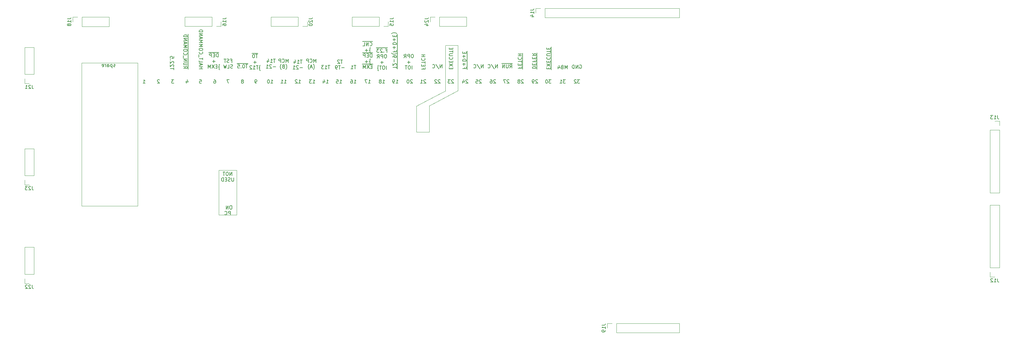
<source format=gbr>
G04 #@! TF.GenerationSoftware,KiCad,Pcbnew,(6.0.4-0)*
G04 #@! TF.CreationDate,2024-04-14T15:35:50+10:00*
G04 #@! TF.ProjectId,motherboard,6d6f7468-6572-4626-9f61-72642e6b6963,rev?*
G04 #@! TF.SameCoordinates,Original*
G04 #@! TF.FileFunction,Legend,Bot*
G04 #@! TF.FilePolarity,Positive*
%FSLAX46Y46*%
G04 Gerber Fmt 4.6, Leading zero omitted, Abs format (unit mm)*
G04 Created by KiCad (PCBNEW (6.0.4-0)) date 2024-04-14 15:35:50*
%MOMM*%
%LPD*%
G01*
G04 APERTURE LIST*
%ADD10C,0.120000*%
%ADD11C,0.150000*%
G04 APERTURE END LIST*
D10*
X67785000Y-170180000D02*
X67785000Y-172085000D01*
X95885000Y-200660000D02*
X90805000Y-200660000D01*
X95885000Y-213360000D02*
X95885000Y-210185000D01*
X158750000Y-165227000D02*
X155194000Y-165227000D01*
X147574000Y-182118000D02*
X146939000Y-182499000D01*
X90805000Y-200660000D02*
X90805000Y-210185000D01*
X158750000Y-178054000D02*
X158750000Y-165227000D01*
X51910000Y-170180000D02*
X67785000Y-170180000D01*
X67785000Y-210185000D02*
X67785000Y-210820000D01*
X95885000Y-210185000D02*
X95885000Y-200660000D01*
X90805000Y-210185000D02*
X90805000Y-213360000D01*
X67785000Y-210820000D02*
X51910000Y-210820000D01*
X150622000Y-182372000D02*
X158750000Y-178054000D01*
X67785000Y-172085000D02*
X67785000Y-210185000D01*
X90805000Y-213360000D02*
X95885000Y-213360000D01*
X146939000Y-188976000D02*
X146939000Y-189865000D01*
X155194000Y-178181000D02*
X147574000Y-182118000D01*
X150622000Y-189865000D02*
X150622000Y-182372000D01*
X155194000Y-165354000D02*
X155194000Y-178181000D01*
X146939000Y-189865000D02*
X150622000Y-189865000D01*
X146939000Y-182499000D02*
X146939000Y-188976000D01*
X51910000Y-210820000D02*
X51910000Y-170180000D01*
D11*
X106902095Y-169081380D02*
X106330666Y-169081380D01*
X106616380Y-170081380D02*
X106616380Y-169081380D01*
X105473523Y-170081380D02*
X106044952Y-170081380D01*
X105759238Y-170081380D02*
X105759238Y-169081380D01*
X105854476Y-169224238D01*
X105949714Y-169319476D01*
X106044952Y-169367095D01*
X104616380Y-169414714D02*
X104616380Y-170081380D01*
X104854476Y-169033761D02*
X105092571Y-169748047D01*
X104473523Y-169748047D01*
X106997333Y-171310428D02*
X106235428Y-171310428D01*
X105806857Y-170786619D02*
X105759238Y-170739000D01*
X105664000Y-170691380D01*
X105425904Y-170691380D01*
X105330666Y-170739000D01*
X105283047Y-170786619D01*
X105235428Y-170881857D01*
X105235428Y-170977095D01*
X105283047Y-171119952D01*
X105854476Y-171691380D01*
X105235428Y-171691380D01*
X104283047Y-171691380D02*
X104854476Y-171691380D01*
X104568761Y-171691380D02*
X104568761Y-170691380D01*
X104664000Y-170834238D01*
X104759238Y-170929476D01*
X104854476Y-170977095D01*
X82110000Y-171981190D02*
X82110000Y-170981190D01*
X80827619Y-171171666D02*
X81303809Y-171505000D01*
X80827619Y-171743095D02*
X81827619Y-171743095D01*
X81827619Y-171362142D01*
X81780000Y-171266904D01*
X81732380Y-171219285D01*
X81637142Y-171171666D01*
X81494285Y-171171666D01*
X81399047Y-171219285D01*
X81351428Y-171266904D01*
X81303809Y-171362142D01*
X81303809Y-171743095D01*
X82110000Y-170981190D02*
X82110000Y-169933571D01*
X81827619Y-170743095D02*
X81018095Y-170743095D01*
X80922857Y-170695476D01*
X80875238Y-170647857D01*
X80827619Y-170552619D01*
X80827619Y-170362142D01*
X80875238Y-170266904D01*
X80922857Y-170219285D01*
X81018095Y-170171666D01*
X81827619Y-170171666D01*
X82110000Y-169933571D02*
X82110000Y-168885952D01*
X80827619Y-169695476D02*
X81827619Y-169695476D01*
X80827619Y-169124047D01*
X81827619Y-169124047D01*
X82110000Y-168885952D02*
X82110000Y-168124047D01*
X80732380Y-168885952D02*
X80732380Y-168124047D01*
X82110000Y-168124047D02*
X82110000Y-167124047D01*
X80922857Y-167314523D02*
X80875238Y-167362142D01*
X80827619Y-167505000D01*
X80827619Y-167600238D01*
X80875238Y-167743095D01*
X80970476Y-167838333D01*
X81065714Y-167885952D01*
X81256190Y-167933571D01*
X81399047Y-167933571D01*
X81589523Y-167885952D01*
X81684761Y-167838333D01*
X81780000Y-167743095D01*
X81827619Y-167600238D01*
X81827619Y-167505000D01*
X81780000Y-167362142D01*
X81732380Y-167314523D01*
X82110000Y-167124047D02*
X82110000Y-166076428D01*
X81827619Y-166695476D02*
X81827619Y-166505000D01*
X81780000Y-166409761D01*
X81684761Y-166314523D01*
X81494285Y-166266904D01*
X81160952Y-166266904D01*
X80970476Y-166314523D01*
X80875238Y-166409761D01*
X80827619Y-166505000D01*
X80827619Y-166695476D01*
X80875238Y-166790714D01*
X80970476Y-166885952D01*
X81160952Y-166933571D01*
X81494285Y-166933571D01*
X81684761Y-166885952D01*
X81780000Y-166790714D01*
X81827619Y-166695476D01*
X82110000Y-166076428D02*
X82110000Y-164933571D01*
X80827619Y-165838333D02*
X81827619Y-165838333D01*
X81113333Y-165505000D01*
X81827619Y-165171666D01*
X80827619Y-165171666D01*
X82110000Y-164933571D02*
X82110000Y-164076428D01*
X81113333Y-164743095D02*
X81113333Y-164266904D01*
X80827619Y-164838333D02*
X81827619Y-164505000D01*
X80827619Y-164171666D01*
X82110000Y-164076428D02*
X82110000Y-163028809D01*
X80827619Y-163838333D02*
X81827619Y-163838333D01*
X80827619Y-163266904D01*
X81827619Y-163266904D01*
X82110000Y-163028809D02*
X82110000Y-162028809D01*
X80827619Y-162790714D02*
X81827619Y-162790714D01*
X81827619Y-162552619D01*
X81780000Y-162409761D01*
X81684761Y-162314523D01*
X81589523Y-162266904D01*
X81399047Y-162219285D01*
X81256190Y-162219285D01*
X81065714Y-162266904D01*
X80970476Y-162314523D01*
X80875238Y-162409761D01*
X80827619Y-162552619D01*
X80827619Y-162790714D01*
X129793904Y-170902380D02*
X129222476Y-170902380D01*
X129508190Y-171902380D02*
X129508190Y-170902380D01*
X128365333Y-171902380D02*
X128936761Y-171902380D01*
X128651047Y-171902380D02*
X128651047Y-170902380D01*
X128746285Y-171045238D01*
X128841523Y-171140476D01*
X128936761Y-171188095D01*
X145795904Y-175061619D02*
X145748285Y-175014000D01*
X145653047Y-174966380D01*
X145414952Y-174966380D01*
X145319714Y-175014000D01*
X145272095Y-175061619D01*
X145224476Y-175156857D01*
X145224476Y-175252095D01*
X145272095Y-175394952D01*
X145843523Y-175966380D01*
X145224476Y-175966380D01*
X144605428Y-174966380D02*
X144510190Y-174966380D01*
X144414952Y-175014000D01*
X144367333Y-175061619D01*
X144319714Y-175156857D01*
X144272095Y-175347333D01*
X144272095Y-175585428D01*
X144319714Y-175775904D01*
X144367333Y-175871142D01*
X144414952Y-175918761D01*
X144510190Y-175966380D01*
X144605428Y-175966380D01*
X144700666Y-175918761D01*
X144748285Y-175871142D01*
X144795904Y-175775904D01*
X144843523Y-175585428D01*
X144843523Y-175347333D01*
X144795904Y-175156857D01*
X144748285Y-175061619D01*
X144700666Y-175014000D01*
X144605428Y-174966380D01*
X153669904Y-175061619D02*
X153622285Y-175014000D01*
X153527047Y-174966380D01*
X153288952Y-174966380D01*
X153193714Y-175014000D01*
X153146095Y-175061619D01*
X153098476Y-175156857D01*
X153098476Y-175252095D01*
X153146095Y-175394952D01*
X153717523Y-175966380D01*
X153098476Y-175966380D01*
X152717523Y-175061619D02*
X152669904Y-175014000D01*
X152574666Y-174966380D01*
X152336571Y-174966380D01*
X152241333Y-175014000D01*
X152193714Y-175061619D01*
X152146095Y-175156857D01*
X152146095Y-175252095D01*
X152193714Y-175394952D01*
X152765142Y-175966380D01*
X152146095Y-175966380D01*
X109410476Y-175966380D02*
X109981904Y-175966380D01*
X109696190Y-175966380D02*
X109696190Y-174966380D01*
X109791428Y-175109238D01*
X109886666Y-175204476D01*
X109981904Y-175252095D01*
X108458095Y-175966380D02*
X109029523Y-175966380D01*
X108743809Y-175966380D02*
X108743809Y-174966380D01*
X108839047Y-175109238D01*
X108934285Y-175204476D01*
X109029523Y-175252095D01*
X138779047Y-165919000D02*
X137921904Y-165919000D01*
X138207619Y-166677571D02*
X138540952Y-166677571D01*
X138540952Y-167201380D02*
X138540952Y-166201380D01*
X138064761Y-166201380D01*
X137921904Y-165919000D02*
X137445714Y-165919000D01*
X137683809Y-167106142D02*
X137636190Y-167153761D01*
X137683809Y-167201380D01*
X137731428Y-167153761D01*
X137683809Y-167106142D01*
X137683809Y-167201380D01*
X137445714Y-165919000D02*
X136493333Y-165919000D01*
X137255238Y-166296619D02*
X137207619Y-166249000D01*
X137112380Y-166201380D01*
X136874285Y-166201380D01*
X136779047Y-166249000D01*
X136731428Y-166296619D01*
X136683809Y-166391857D01*
X136683809Y-166487095D01*
X136731428Y-166629952D01*
X137302857Y-167201380D01*
X136683809Y-167201380D01*
X136493333Y-165919000D02*
X135540952Y-165919000D01*
X136350476Y-166201380D02*
X135731428Y-166201380D01*
X136064761Y-166582333D01*
X135921904Y-166582333D01*
X135826666Y-166629952D01*
X135779047Y-166677571D01*
X135731428Y-166772809D01*
X135731428Y-167010904D01*
X135779047Y-167106142D01*
X135826666Y-167153761D01*
X135921904Y-167201380D01*
X136207619Y-167201380D01*
X136302857Y-167153761D01*
X136350476Y-167106142D01*
X138255238Y-167811380D02*
X138064761Y-167811380D01*
X137969523Y-167859000D01*
X137874285Y-167954238D01*
X137826666Y-168144714D01*
X137826666Y-168478047D01*
X137874285Y-168668523D01*
X137969523Y-168763761D01*
X138064761Y-168811380D01*
X138255238Y-168811380D01*
X138350476Y-168763761D01*
X138445714Y-168668523D01*
X138493333Y-168478047D01*
X138493333Y-168144714D01*
X138445714Y-167954238D01*
X138350476Y-167859000D01*
X138255238Y-167811380D01*
X137398095Y-168811380D02*
X137398095Y-167811380D01*
X137017142Y-167811380D01*
X136921904Y-167859000D01*
X136874285Y-167906619D01*
X136826666Y-168001857D01*
X136826666Y-168144714D01*
X136874285Y-168239952D01*
X136921904Y-168287571D01*
X137017142Y-168335190D01*
X137398095Y-168335190D01*
X135826666Y-168811380D02*
X136160000Y-168335190D01*
X136398095Y-168811380D02*
X136398095Y-167811380D01*
X136017142Y-167811380D01*
X135921904Y-167859000D01*
X135874285Y-167906619D01*
X135826666Y-168001857D01*
X135826666Y-168144714D01*
X135874285Y-168239952D01*
X135921904Y-168287571D01*
X136017142Y-168335190D01*
X136398095Y-168335190D01*
X137540952Y-170040428D02*
X136779047Y-170040428D01*
X137160000Y-170421380D02*
X137160000Y-169659476D01*
X138398095Y-172031380D02*
X138398095Y-171031380D01*
X137731428Y-171031380D02*
X137540952Y-171031380D01*
X137445714Y-171079000D01*
X137350476Y-171174238D01*
X137302857Y-171364714D01*
X137302857Y-171698047D01*
X137350476Y-171888523D01*
X137445714Y-171983761D01*
X137540952Y-172031380D01*
X137731428Y-172031380D01*
X137826666Y-171983761D01*
X137921904Y-171888523D01*
X137969523Y-171698047D01*
X137969523Y-171364714D01*
X137921904Y-171174238D01*
X137826666Y-171079000D01*
X137731428Y-171031380D01*
X137017142Y-171031380D02*
X136445714Y-171031380D01*
X136731428Y-172031380D02*
X136731428Y-171031380D01*
X136207619Y-172412333D02*
X136160000Y-172412333D01*
X136064761Y-172364714D01*
X136017142Y-172269476D01*
X136017142Y-171793285D01*
X135969523Y-171698047D01*
X135874285Y-171650428D01*
X135969523Y-171602809D01*
X136017142Y-171507571D01*
X136017142Y-171031380D01*
X136064761Y-170936142D01*
X136160000Y-170888523D01*
X136207619Y-170888523D01*
X133286476Y-175966380D02*
X133857904Y-175966380D01*
X133572190Y-175966380D02*
X133572190Y-174966380D01*
X133667428Y-175109238D01*
X133762666Y-175204476D01*
X133857904Y-175252095D01*
X132953142Y-174966380D02*
X132286476Y-174966380D01*
X132715047Y-175966380D01*
X125158476Y-175966380D02*
X125729904Y-175966380D01*
X125444190Y-175966380D02*
X125444190Y-174966380D01*
X125539428Y-175109238D01*
X125634666Y-175204476D01*
X125729904Y-175252095D01*
X124253714Y-174966380D02*
X124729904Y-174966380D01*
X124777523Y-175442571D01*
X124729904Y-175394952D01*
X124634666Y-175347333D01*
X124396571Y-175347333D01*
X124301333Y-175394952D01*
X124253714Y-175442571D01*
X124206095Y-175537809D01*
X124206095Y-175775904D01*
X124253714Y-175871142D01*
X124301333Y-175918761D01*
X124396571Y-175966380D01*
X124634666Y-175966380D01*
X124729904Y-175918761D01*
X124777523Y-175871142D01*
X174267619Y-170366000D02*
X173267619Y-170366000D01*
X173458095Y-171648380D02*
X173791428Y-171172190D01*
X174029523Y-171648380D02*
X174029523Y-170648380D01*
X173648571Y-170648380D01*
X173553333Y-170696000D01*
X173505714Y-170743619D01*
X173458095Y-170838857D01*
X173458095Y-170981714D01*
X173505714Y-171076952D01*
X173553333Y-171124571D01*
X173648571Y-171172190D01*
X174029523Y-171172190D01*
X173267619Y-170366000D02*
X172220000Y-170366000D01*
X173029523Y-170648380D02*
X173029523Y-171457904D01*
X172981904Y-171553142D01*
X172934285Y-171600761D01*
X172839047Y-171648380D01*
X172648571Y-171648380D01*
X172553333Y-171600761D01*
X172505714Y-171553142D01*
X172458095Y-171457904D01*
X172458095Y-170648380D01*
X172220000Y-170366000D02*
X171172380Y-170366000D01*
X171981904Y-171648380D02*
X171981904Y-170648380D01*
X171410476Y-171648380D01*
X171410476Y-170648380D01*
X94345000Y-210737380D02*
X94154523Y-210737380D01*
X94059285Y-210785000D01*
X93964047Y-210880238D01*
X93916428Y-211070714D01*
X93916428Y-211404047D01*
X93964047Y-211594523D01*
X94059285Y-211689761D01*
X94154523Y-211737380D01*
X94345000Y-211737380D01*
X94440238Y-211689761D01*
X94535476Y-211594523D01*
X94583095Y-211404047D01*
X94583095Y-211070714D01*
X94535476Y-210880238D01*
X94440238Y-210785000D01*
X94345000Y-210737380D01*
X93487857Y-211737380D02*
X93487857Y-210737380D01*
X92916428Y-211737380D01*
X92916428Y-210737380D01*
X94106904Y-213347380D02*
X94106904Y-212347380D01*
X93725952Y-212347380D01*
X93630714Y-212395000D01*
X93583095Y-212442619D01*
X93535476Y-212537857D01*
X93535476Y-212680714D01*
X93583095Y-212775952D01*
X93630714Y-212823571D01*
X93725952Y-212871190D01*
X94106904Y-212871190D01*
X92535476Y-213252142D02*
X92583095Y-213299761D01*
X92725952Y-213347380D01*
X92821190Y-213347380D01*
X92964047Y-213299761D01*
X93059285Y-213204523D01*
X93106904Y-213109285D01*
X93154523Y-212918809D01*
X93154523Y-212775952D01*
X93106904Y-212585476D01*
X93059285Y-212490238D01*
X92964047Y-212395000D01*
X92821190Y-212347380D01*
X92725952Y-212347380D01*
X92583095Y-212395000D01*
X92535476Y-212442619D01*
X125983904Y-169335380D02*
X125412476Y-169335380D01*
X125698190Y-170335380D02*
X125698190Y-169335380D01*
X125126761Y-169430619D02*
X125079142Y-169383000D01*
X124983904Y-169335380D01*
X124745809Y-169335380D01*
X124650571Y-169383000D01*
X124602952Y-169430619D01*
X124555333Y-169525857D01*
X124555333Y-169621095D01*
X124602952Y-169763952D01*
X125174380Y-170335380D01*
X124555333Y-170335380D01*
X126460095Y-171564428D02*
X125698190Y-171564428D01*
X125364857Y-170945380D02*
X124793428Y-170945380D01*
X125079142Y-171945380D02*
X125079142Y-170945380D01*
X124412476Y-171945380D02*
X124222000Y-171945380D01*
X124126761Y-171897761D01*
X124079142Y-171850142D01*
X123983904Y-171707285D01*
X123936285Y-171516809D01*
X123936285Y-171135857D01*
X123983904Y-171040619D01*
X124031523Y-170993000D01*
X124126761Y-170945380D01*
X124317238Y-170945380D01*
X124412476Y-170993000D01*
X124460095Y-171040619D01*
X124507714Y-171135857D01*
X124507714Y-171373952D01*
X124460095Y-171469190D01*
X124412476Y-171516809D01*
X124317238Y-171564428D01*
X124126761Y-171564428D01*
X124031523Y-171516809D01*
X123983904Y-171469190D01*
X123936285Y-171373952D01*
X185213523Y-174966380D02*
X184594476Y-174966380D01*
X184927809Y-175347333D01*
X184784952Y-175347333D01*
X184689714Y-175394952D01*
X184642095Y-175442571D01*
X184594476Y-175537809D01*
X184594476Y-175775904D01*
X184642095Y-175871142D01*
X184689714Y-175918761D01*
X184784952Y-175966380D01*
X185070666Y-175966380D01*
X185165904Y-175918761D01*
X185213523Y-175871142D01*
X183975428Y-174966380D02*
X183880190Y-174966380D01*
X183784952Y-175014000D01*
X183737333Y-175061619D01*
X183689714Y-175156857D01*
X183642095Y-175347333D01*
X183642095Y-175585428D01*
X183689714Y-175775904D01*
X183737333Y-175871142D01*
X183784952Y-175918761D01*
X183880190Y-175966380D01*
X183975428Y-175966380D01*
X184070666Y-175918761D01*
X184118285Y-175871142D01*
X184165904Y-175775904D01*
X184213523Y-175585428D01*
X184213523Y-175347333D01*
X184165904Y-175156857D01*
X184118285Y-175061619D01*
X184070666Y-175014000D01*
X183975428Y-174966380D01*
X121348476Y-175966380D02*
X121919904Y-175966380D01*
X121634190Y-175966380D02*
X121634190Y-174966380D01*
X121729428Y-175109238D01*
X121824666Y-175204476D01*
X121919904Y-175252095D01*
X120491333Y-175299714D02*
X120491333Y-175966380D01*
X120729428Y-174918761D02*
X120967523Y-175633047D01*
X120348476Y-175633047D01*
X94535476Y-202212380D02*
X94535476Y-201212380D01*
X93964047Y-202212380D01*
X93964047Y-201212380D01*
X93297380Y-201212380D02*
X93106904Y-201212380D01*
X93011666Y-201260000D01*
X92916428Y-201355238D01*
X92868809Y-201545714D01*
X92868809Y-201879047D01*
X92916428Y-202069523D01*
X93011666Y-202164761D01*
X93106904Y-202212380D01*
X93297380Y-202212380D01*
X93392619Y-202164761D01*
X93487857Y-202069523D01*
X93535476Y-201879047D01*
X93535476Y-201545714D01*
X93487857Y-201355238D01*
X93392619Y-201260000D01*
X93297380Y-201212380D01*
X92583095Y-201212380D02*
X92011666Y-201212380D01*
X92297380Y-202212380D02*
X92297380Y-201212380D01*
X95059285Y-202822380D02*
X95059285Y-203631904D01*
X95011666Y-203727142D01*
X94964047Y-203774761D01*
X94868809Y-203822380D01*
X94678333Y-203822380D01*
X94583095Y-203774761D01*
X94535476Y-203727142D01*
X94487857Y-203631904D01*
X94487857Y-202822380D01*
X94059285Y-203774761D02*
X93916428Y-203822380D01*
X93678333Y-203822380D01*
X93583095Y-203774761D01*
X93535476Y-203727142D01*
X93487857Y-203631904D01*
X93487857Y-203536666D01*
X93535476Y-203441428D01*
X93583095Y-203393809D01*
X93678333Y-203346190D01*
X93868809Y-203298571D01*
X93964047Y-203250952D01*
X94011666Y-203203333D01*
X94059285Y-203108095D01*
X94059285Y-203012857D01*
X94011666Y-202917619D01*
X93964047Y-202870000D01*
X93868809Y-202822380D01*
X93630714Y-202822380D01*
X93487857Y-202870000D01*
X93059285Y-203298571D02*
X92725952Y-203298571D01*
X92583095Y-203822380D02*
X93059285Y-203822380D01*
X93059285Y-202822380D01*
X92583095Y-202822380D01*
X92154523Y-203822380D02*
X92154523Y-202822380D01*
X91916428Y-202822380D01*
X91773571Y-202870000D01*
X91678333Y-202965238D01*
X91630714Y-203060476D01*
X91583095Y-203250952D01*
X91583095Y-203393809D01*
X91630714Y-203584285D01*
X91678333Y-203679523D01*
X91773571Y-203774761D01*
X91916428Y-203822380D01*
X92154523Y-203822380D01*
X181355904Y-175061619D02*
X181308285Y-175014000D01*
X181213047Y-174966380D01*
X180974952Y-174966380D01*
X180879714Y-175014000D01*
X180832095Y-175061619D01*
X180784476Y-175156857D01*
X180784476Y-175252095D01*
X180832095Y-175394952D01*
X181403523Y-175966380D01*
X180784476Y-175966380D01*
X180308285Y-175966380D02*
X180117809Y-175966380D01*
X180022571Y-175918761D01*
X179974952Y-175871142D01*
X179879714Y-175728285D01*
X179832095Y-175537809D01*
X179832095Y-175156857D01*
X179879714Y-175061619D01*
X179927333Y-175014000D01*
X180022571Y-174966380D01*
X180213047Y-174966380D01*
X180308285Y-175014000D01*
X180355904Y-175061619D01*
X180403523Y-175156857D01*
X180403523Y-175394952D01*
X180355904Y-175490190D01*
X180308285Y-175537809D01*
X180213047Y-175585428D01*
X180022571Y-175585428D01*
X179927333Y-175537809D01*
X179879714Y-175490190D01*
X179832095Y-175394952D01*
X165353904Y-175061619D02*
X165306285Y-175014000D01*
X165211047Y-174966380D01*
X164972952Y-174966380D01*
X164877714Y-175014000D01*
X164830095Y-175061619D01*
X164782476Y-175156857D01*
X164782476Y-175252095D01*
X164830095Y-175394952D01*
X165401523Y-175966380D01*
X164782476Y-175966380D01*
X163877714Y-174966380D02*
X164353904Y-174966380D01*
X164401523Y-175442571D01*
X164353904Y-175394952D01*
X164258666Y-175347333D01*
X164020571Y-175347333D01*
X163925333Y-175394952D01*
X163877714Y-175442571D01*
X163830095Y-175537809D01*
X163830095Y-175775904D01*
X163877714Y-175871142D01*
X163925333Y-175918761D01*
X164020571Y-175966380D01*
X164258666Y-175966380D01*
X164353904Y-175918761D01*
X164401523Y-175871142D01*
X177106000Y-171957714D02*
X177106000Y-171100571D01*
X176347428Y-171386285D02*
X176347428Y-171719619D01*
X175823619Y-171719619D02*
X176823619Y-171719619D01*
X176823619Y-171243428D01*
X177106000Y-171100571D02*
X177106000Y-170195809D01*
X176347428Y-170862476D02*
X176347428Y-170529142D01*
X175823619Y-170386285D02*
X175823619Y-170862476D01*
X176823619Y-170862476D01*
X176823619Y-170386285D01*
X177106000Y-170195809D02*
X177106000Y-169433904D01*
X176823619Y-170100571D02*
X176823619Y-169529142D01*
X175823619Y-169814857D02*
X176823619Y-169814857D01*
X177106000Y-169433904D02*
X177106000Y-168433904D01*
X175918857Y-168624380D02*
X175871238Y-168672000D01*
X175823619Y-168814857D01*
X175823619Y-168910095D01*
X175871238Y-169052952D01*
X175966476Y-169148190D01*
X176061714Y-169195809D01*
X176252190Y-169243428D01*
X176395047Y-169243428D01*
X176585523Y-169195809D01*
X176680761Y-169148190D01*
X176776000Y-169052952D01*
X176823619Y-168910095D01*
X176823619Y-168814857D01*
X176776000Y-168672000D01*
X176728380Y-168624380D01*
X177106000Y-168433904D02*
X177106000Y-167386285D01*
X175823619Y-168195809D02*
X176823619Y-168195809D01*
X176347428Y-168195809D02*
X176347428Y-167624380D01*
X175823619Y-167624380D02*
X176823619Y-167624380D01*
X157479904Y-175061619D02*
X157432285Y-175014000D01*
X157337047Y-174966380D01*
X157098952Y-174966380D01*
X157003714Y-175014000D01*
X156956095Y-175061619D01*
X156908476Y-175156857D01*
X156908476Y-175252095D01*
X156956095Y-175394952D01*
X157527523Y-175966380D01*
X156908476Y-175966380D01*
X156575142Y-174966380D02*
X155956095Y-174966380D01*
X156289428Y-175347333D01*
X156146571Y-175347333D01*
X156051333Y-175394952D01*
X156003714Y-175442571D01*
X155956095Y-175537809D01*
X155956095Y-175775904D01*
X156003714Y-175871142D01*
X156051333Y-175918761D01*
X156146571Y-175966380D01*
X156432285Y-175966380D01*
X156527523Y-175918761D01*
X156575142Y-175871142D01*
X110553333Y-170081380D02*
X110553333Y-169081380D01*
X110220000Y-169795666D01*
X109886666Y-169081380D01*
X109886666Y-170081380D01*
X108839047Y-169986142D02*
X108886666Y-170033761D01*
X109029523Y-170081380D01*
X109124761Y-170081380D01*
X109267619Y-170033761D01*
X109362857Y-169938523D01*
X109410476Y-169843285D01*
X109458095Y-169652809D01*
X109458095Y-169509952D01*
X109410476Y-169319476D01*
X109362857Y-169224238D01*
X109267619Y-169129000D01*
X109124761Y-169081380D01*
X109029523Y-169081380D01*
X108886666Y-169129000D01*
X108839047Y-169176619D01*
X108410476Y-170081380D02*
X108410476Y-169081380D01*
X108029523Y-169081380D01*
X107934285Y-169129000D01*
X107886666Y-169176619D01*
X107839047Y-169271857D01*
X107839047Y-169414714D01*
X107886666Y-169509952D01*
X107934285Y-169557571D01*
X108029523Y-169605190D01*
X108410476Y-169605190D01*
X109862857Y-172072333D02*
X109910476Y-172024714D01*
X110005714Y-171881857D01*
X110053333Y-171786619D01*
X110100952Y-171643761D01*
X110148571Y-171405666D01*
X110148571Y-171215190D01*
X110100952Y-170977095D01*
X110053333Y-170834238D01*
X110005714Y-170739000D01*
X109910476Y-170596142D01*
X109862857Y-170548523D01*
X109148571Y-171167571D02*
X109005714Y-171215190D01*
X108958095Y-171262809D01*
X108910476Y-171358047D01*
X108910476Y-171500904D01*
X108958095Y-171596142D01*
X109005714Y-171643761D01*
X109100952Y-171691380D01*
X109481904Y-171691380D01*
X109481904Y-170691380D01*
X109148571Y-170691380D01*
X109053333Y-170739000D01*
X109005714Y-170786619D01*
X108958095Y-170881857D01*
X108958095Y-170977095D01*
X109005714Y-171072333D01*
X109053333Y-171119952D01*
X109148571Y-171167571D01*
X109481904Y-171167571D01*
X108577142Y-172072333D02*
X108529523Y-172024714D01*
X108434285Y-171881857D01*
X108386666Y-171786619D01*
X108339047Y-171643761D01*
X108291428Y-171405666D01*
X108291428Y-171215190D01*
X108339047Y-170977095D01*
X108386666Y-170834238D01*
X108434285Y-170739000D01*
X108529523Y-170596142D01*
X108577142Y-170548523D01*
X169965523Y-171648380D02*
X169965523Y-170648380D01*
X169394095Y-171648380D01*
X169394095Y-170648380D01*
X168203619Y-170600761D02*
X169060761Y-171886476D01*
X167298857Y-171553142D02*
X167346476Y-171600761D01*
X167489333Y-171648380D01*
X167584571Y-171648380D01*
X167727428Y-171600761D01*
X167822666Y-171505523D01*
X167870285Y-171410285D01*
X167917904Y-171219809D01*
X167917904Y-171076952D01*
X167870285Y-170886476D01*
X167822666Y-170791238D01*
X167727428Y-170696000D01*
X167584571Y-170648380D01*
X167489333Y-170648380D01*
X167346476Y-170696000D01*
X167298857Y-170743619D01*
X81597523Y-175299714D02*
X81597523Y-175966380D01*
X81835619Y-174918761D02*
X82073714Y-175633047D01*
X81454666Y-175633047D01*
X165901523Y-171648380D02*
X165901523Y-170648380D01*
X165330095Y-171648380D01*
X165330095Y-170648380D01*
X164139619Y-170600761D02*
X164996761Y-171886476D01*
X163234857Y-171553142D02*
X163282476Y-171600761D01*
X163425333Y-171648380D01*
X163520571Y-171648380D01*
X163663428Y-171600761D01*
X163758666Y-171505523D01*
X163806285Y-171410285D01*
X163853904Y-171219809D01*
X163853904Y-171076952D01*
X163806285Y-170886476D01*
X163758666Y-170791238D01*
X163663428Y-170696000D01*
X163520571Y-170648380D01*
X163425333Y-170648380D01*
X163282476Y-170696000D01*
X163234857Y-170743619D01*
X154217523Y-171648380D02*
X154217523Y-170648380D01*
X153646095Y-171648380D01*
X153646095Y-170648380D01*
X152455619Y-170600761D02*
X153312761Y-171886476D01*
X151550857Y-171553142D02*
X151598476Y-171600761D01*
X151741333Y-171648380D01*
X151836571Y-171648380D01*
X151979428Y-171600761D01*
X152074666Y-171505523D01*
X152122285Y-171410285D01*
X152169904Y-171219809D01*
X152169904Y-171076952D01*
X152122285Y-170886476D01*
X152074666Y-170791238D01*
X151979428Y-170696000D01*
X151836571Y-170648380D01*
X151741333Y-170648380D01*
X151598476Y-170696000D01*
X151550857Y-170743619D01*
X73945714Y-175061619D02*
X73898095Y-175014000D01*
X73802857Y-174966380D01*
X73564761Y-174966380D01*
X73469523Y-175014000D01*
X73421904Y-175061619D01*
X73374285Y-175156857D01*
X73374285Y-175252095D01*
X73421904Y-175394952D01*
X73993333Y-175966380D01*
X73374285Y-175966380D01*
X169417904Y-175061619D02*
X169370285Y-175014000D01*
X169275047Y-174966380D01*
X169036952Y-174966380D01*
X168941714Y-175014000D01*
X168894095Y-175061619D01*
X168846476Y-175156857D01*
X168846476Y-175252095D01*
X168894095Y-175394952D01*
X169465523Y-175966380D01*
X168846476Y-175966380D01*
X167989333Y-174966380D02*
X168179809Y-174966380D01*
X168275047Y-175014000D01*
X168322666Y-175061619D01*
X168417904Y-175204476D01*
X168465523Y-175394952D01*
X168465523Y-175775904D01*
X168417904Y-175871142D01*
X168370285Y-175918761D01*
X168275047Y-175966380D01*
X168084571Y-175966380D01*
X167989333Y-175918761D01*
X167941714Y-175871142D01*
X167894095Y-175775904D01*
X167894095Y-175537809D01*
X167941714Y-175442571D01*
X167989333Y-175394952D01*
X168084571Y-175347333D01*
X168275047Y-175347333D01*
X168370285Y-175394952D01*
X168417904Y-175442571D01*
X168465523Y-175537809D01*
X193341523Y-174966380D02*
X192722476Y-174966380D01*
X193055809Y-175347333D01*
X192912952Y-175347333D01*
X192817714Y-175394952D01*
X192770095Y-175442571D01*
X192722476Y-175537809D01*
X192722476Y-175775904D01*
X192770095Y-175871142D01*
X192817714Y-175918761D01*
X192912952Y-175966380D01*
X193198666Y-175966380D01*
X193293904Y-175918761D01*
X193341523Y-175871142D01*
X192341523Y-175061619D02*
X192293904Y-175014000D01*
X192198666Y-174966380D01*
X191960571Y-174966380D01*
X191865333Y-175014000D01*
X191817714Y-175061619D01*
X191770095Y-175156857D01*
X191770095Y-175252095D01*
X191817714Y-175394952D01*
X192389142Y-175966380D01*
X191770095Y-175966380D01*
X141160476Y-175966380D02*
X141731904Y-175966380D01*
X141446190Y-175966380D02*
X141446190Y-174966380D01*
X141541428Y-175109238D01*
X141636666Y-175204476D01*
X141731904Y-175252095D01*
X140684285Y-175966380D02*
X140493809Y-175966380D01*
X140398571Y-175918761D01*
X140350952Y-175871142D01*
X140255714Y-175728285D01*
X140208095Y-175537809D01*
X140208095Y-175156857D01*
X140255714Y-175061619D01*
X140303333Y-175014000D01*
X140398571Y-174966380D01*
X140589047Y-174966380D01*
X140684285Y-175014000D01*
X140731904Y-175061619D01*
X140779523Y-175156857D01*
X140779523Y-175394952D01*
X140731904Y-175490190D01*
X140684285Y-175537809D01*
X140589047Y-175585428D01*
X140398571Y-175585428D01*
X140303333Y-175537809D01*
X140255714Y-175490190D01*
X140208095Y-175394952D01*
X189777523Y-171902380D02*
X189777523Y-170902380D01*
X189444190Y-171616666D01*
X189110857Y-170902380D01*
X189110857Y-171902380D01*
X188301333Y-171378571D02*
X188158476Y-171426190D01*
X188110857Y-171473809D01*
X188063238Y-171569047D01*
X188063238Y-171711904D01*
X188110857Y-171807142D01*
X188158476Y-171854761D01*
X188253714Y-171902380D01*
X188634666Y-171902380D01*
X188634666Y-170902380D01*
X188301333Y-170902380D01*
X188206095Y-170950000D01*
X188158476Y-170997619D01*
X188110857Y-171092857D01*
X188110857Y-171188095D01*
X188158476Y-171283333D01*
X188206095Y-171330952D01*
X188301333Y-171378571D01*
X188634666Y-171378571D01*
X187206095Y-171235714D02*
X187206095Y-171902380D01*
X187444190Y-170854761D02*
X187682285Y-171569047D01*
X187063238Y-171569047D01*
X85272619Y-171870000D02*
X86272619Y-171870000D01*
X85796428Y-171870000D02*
X85796428Y-171298571D01*
X85272619Y-171298571D02*
X86272619Y-171298571D01*
X85558333Y-170870000D02*
X85558333Y-170393809D01*
X85272619Y-170965238D02*
X86272619Y-170631904D01*
X85272619Y-170298571D01*
X85272619Y-169489047D02*
X85272619Y-169965238D01*
X86272619Y-169965238D01*
X86272619Y-169298571D02*
X86272619Y-168727142D01*
X85272619Y-169012857D02*
X86272619Y-169012857D01*
X85177380Y-168631904D02*
X85177380Y-167870000D01*
X85367857Y-167060476D02*
X85320238Y-167108095D01*
X85272619Y-167250952D01*
X85272619Y-167346190D01*
X85320238Y-167489047D01*
X85415476Y-167584285D01*
X85510714Y-167631904D01*
X85701190Y-167679523D01*
X85844047Y-167679523D01*
X86034523Y-167631904D01*
X86129761Y-167584285D01*
X86225000Y-167489047D01*
X86272619Y-167346190D01*
X86272619Y-167250952D01*
X86225000Y-167108095D01*
X86177380Y-167060476D01*
X86272619Y-166441428D02*
X86272619Y-166250952D01*
X86225000Y-166155714D01*
X86129761Y-166060476D01*
X85939285Y-166012857D01*
X85605952Y-166012857D01*
X85415476Y-166060476D01*
X85320238Y-166155714D01*
X85272619Y-166250952D01*
X85272619Y-166441428D01*
X85320238Y-166536666D01*
X85415476Y-166631904D01*
X85605952Y-166679523D01*
X85939285Y-166679523D01*
X86129761Y-166631904D01*
X86225000Y-166536666D01*
X86272619Y-166441428D01*
X85272619Y-165584285D02*
X86272619Y-165584285D01*
X85558333Y-165250952D01*
X86272619Y-164917619D01*
X85272619Y-164917619D01*
X85272619Y-164441428D02*
X86272619Y-164441428D01*
X85558333Y-164108095D01*
X86272619Y-163774761D01*
X85272619Y-163774761D01*
X85558333Y-163346190D02*
X85558333Y-162870000D01*
X85272619Y-163441428D02*
X86272619Y-163108095D01*
X85272619Y-162774761D01*
X85272619Y-162441428D02*
X86272619Y-162441428D01*
X85272619Y-161870000D01*
X86272619Y-161870000D01*
X85272619Y-161393809D02*
X86272619Y-161393809D01*
X86272619Y-161155714D01*
X86225000Y-161012857D01*
X86129761Y-160917619D01*
X86034523Y-160870000D01*
X85844047Y-160822380D01*
X85701190Y-160822380D01*
X85510714Y-160870000D01*
X85415476Y-160917619D01*
X85320238Y-161012857D01*
X85272619Y-161155714D01*
X85272619Y-161393809D01*
X94186285Y-169557571D02*
X94519619Y-169557571D01*
X94519619Y-170081380D02*
X94519619Y-169081380D01*
X94043428Y-169081380D01*
X93710095Y-170033761D02*
X93567238Y-170081380D01*
X93329142Y-170081380D01*
X93233904Y-170033761D01*
X93186285Y-169986142D01*
X93138666Y-169890904D01*
X93138666Y-169795666D01*
X93186285Y-169700428D01*
X93233904Y-169652809D01*
X93329142Y-169605190D01*
X93519619Y-169557571D01*
X93614857Y-169509952D01*
X93662476Y-169462333D01*
X93710095Y-169367095D01*
X93710095Y-169271857D01*
X93662476Y-169176619D01*
X93614857Y-169129000D01*
X93519619Y-169081380D01*
X93281523Y-169081380D01*
X93138666Y-169129000D01*
X92852952Y-169081380D02*
X92281523Y-169081380D01*
X92567238Y-170081380D02*
X92567238Y-169081380D01*
X94733904Y-171643761D02*
X94591047Y-171691380D01*
X94352952Y-171691380D01*
X94257714Y-171643761D01*
X94210095Y-171596142D01*
X94162476Y-171500904D01*
X94162476Y-171405666D01*
X94210095Y-171310428D01*
X94257714Y-171262809D01*
X94352952Y-171215190D01*
X94543428Y-171167571D01*
X94638666Y-171119952D01*
X94686285Y-171072333D01*
X94733904Y-170977095D01*
X94733904Y-170881857D01*
X94686285Y-170786619D01*
X94638666Y-170739000D01*
X94543428Y-170691380D01*
X94305333Y-170691380D01*
X94162476Y-170739000D01*
X93257714Y-171691380D02*
X93733904Y-171691380D01*
X93733904Y-170691380D01*
X93019619Y-170691380D02*
X92781523Y-171691380D01*
X92591047Y-170977095D01*
X92400571Y-171691380D01*
X92162476Y-170691380D01*
X193293904Y-170823000D02*
X193389142Y-170775380D01*
X193532000Y-170775380D01*
X193674857Y-170823000D01*
X193770095Y-170918238D01*
X193817714Y-171013476D01*
X193865333Y-171203952D01*
X193865333Y-171346809D01*
X193817714Y-171537285D01*
X193770095Y-171632523D01*
X193674857Y-171727761D01*
X193532000Y-171775380D01*
X193436761Y-171775380D01*
X193293904Y-171727761D01*
X193246285Y-171680142D01*
X193246285Y-171346809D01*
X193436761Y-171346809D01*
X192817714Y-171775380D02*
X192817714Y-170775380D01*
X192246285Y-171775380D01*
X192246285Y-170775380D01*
X191770095Y-171775380D02*
X191770095Y-170775380D01*
X191532000Y-170775380D01*
X191389142Y-170823000D01*
X191293904Y-170918238D01*
X191246285Y-171013476D01*
X191198666Y-171203952D01*
X191198666Y-171346809D01*
X191246285Y-171537285D01*
X191293904Y-171632523D01*
X191389142Y-171727761D01*
X191532000Y-171775380D01*
X191770095Y-171775380D01*
X78017619Y-172132380D02*
X78017619Y-171560952D01*
X77017619Y-171846666D02*
X78017619Y-171846666D01*
X77922380Y-171275238D02*
X77970000Y-171227619D01*
X78017619Y-171132380D01*
X78017619Y-170894285D01*
X77970000Y-170799047D01*
X77922380Y-170751428D01*
X77827142Y-170703809D01*
X77731904Y-170703809D01*
X77589047Y-170751428D01*
X77017619Y-171322857D01*
X77017619Y-170703809D01*
X77922380Y-170322857D02*
X77970000Y-170275238D01*
X78017619Y-170180000D01*
X78017619Y-169941904D01*
X77970000Y-169846666D01*
X77922380Y-169799047D01*
X77827142Y-169751428D01*
X77731904Y-169751428D01*
X77589047Y-169799047D01*
X77017619Y-170370476D01*
X77017619Y-169751428D01*
X77112857Y-169322857D02*
X77065238Y-169275238D01*
X77017619Y-169322857D01*
X77065238Y-169370476D01*
X77112857Y-169322857D01*
X77017619Y-169322857D01*
X78017619Y-168370476D02*
X78017619Y-168846666D01*
X77541428Y-168894285D01*
X77589047Y-168846666D01*
X77636666Y-168751428D01*
X77636666Y-168513333D01*
X77589047Y-168418095D01*
X77541428Y-168370476D01*
X77446190Y-168322857D01*
X77208095Y-168322857D01*
X77112857Y-168370476D01*
X77065238Y-168418095D01*
X77017619Y-168513333D01*
X77017619Y-168751428D01*
X77065238Y-168846666D01*
X77112857Y-168894285D01*
X117538476Y-175966380D02*
X118109904Y-175966380D01*
X117824190Y-175966380D02*
X117824190Y-174966380D01*
X117919428Y-175109238D01*
X118014666Y-175204476D01*
X118109904Y-175252095D01*
X117205142Y-174966380D02*
X116586095Y-174966380D01*
X116919428Y-175347333D01*
X116776571Y-175347333D01*
X116681333Y-175394952D01*
X116633714Y-175442571D01*
X116586095Y-175537809D01*
X116586095Y-175775904D01*
X116633714Y-175871142D01*
X116681333Y-175918761D01*
X116776571Y-175966380D01*
X117062285Y-175966380D01*
X117157523Y-175918761D01*
X117205142Y-175871142D01*
X161543904Y-175061619D02*
X161496285Y-175014000D01*
X161401047Y-174966380D01*
X161162952Y-174966380D01*
X161067714Y-175014000D01*
X161020095Y-175061619D01*
X160972476Y-175156857D01*
X160972476Y-175252095D01*
X161020095Y-175394952D01*
X161591523Y-175966380D01*
X160972476Y-175966380D01*
X160115333Y-175299714D02*
X160115333Y-175966380D01*
X160353428Y-174918761D02*
X160591523Y-175633047D01*
X159972476Y-175633047D01*
X148915428Y-171640285D02*
X148915428Y-171973619D01*
X148391619Y-171973619D02*
X149391619Y-171973619D01*
X149391619Y-171497428D01*
X148915428Y-171116476D02*
X148915428Y-170783142D01*
X148391619Y-170640285D02*
X148391619Y-171116476D01*
X149391619Y-171116476D01*
X149391619Y-170640285D01*
X149391619Y-170354571D02*
X149391619Y-169783142D01*
X148391619Y-170068857D02*
X149391619Y-170068857D01*
X148486857Y-168878380D02*
X148439238Y-168926000D01*
X148391619Y-169068857D01*
X148391619Y-169164095D01*
X148439238Y-169306952D01*
X148534476Y-169402190D01*
X148629714Y-169449809D01*
X148820190Y-169497428D01*
X148963047Y-169497428D01*
X149153523Y-169449809D01*
X149248761Y-169402190D01*
X149344000Y-169306952D01*
X149391619Y-169164095D01*
X149391619Y-169068857D01*
X149344000Y-168926000D01*
X149296380Y-168878380D01*
X148391619Y-168449809D02*
X149391619Y-168449809D01*
X148915428Y-168449809D02*
X148915428Y-167878380D01*
X148391619Y-167878380D02*
X149391619Y-167878380D01*
X93805333Y-174966380D02*
X93138666Y-174966380D01*
X93567238Y-175966380D01*
X122396095Y-170902380D02*
X121824666Y-170902380D01*
X122110380Y-171902380D02*
X122110380Y-170902380D01*
X120967523Y-171902380D02*
X121538952Y-171902380D01*
X121253238Y-171902380D02*
X121253238Y-170902380D01*
X121348476Y-171045238D01*
X121443714Y-171140476D01*
X121538952Y-171188095D01*
X120634190Y-170902380D02*
X120015142Y-170902380D01*
X120348476Y-171283333D01*
X120205619Y-171283333D01*
X120110380Y-171330952D01*
X120062761Y-171378571D01*
X120015142Y-171473809D01*
X120015142Y-171711904D01*
X120062761Y-171807142D01*
X120110380Y-171854761D01*
X120205619Y-171902380D01*
X120491333Y-171902380D01*
X120586571Y-171854761D01*
X120634190Y-171807142D01*
X173227904Y-175061619D02*
X173180285Y-175014000D01*
X173085047Y-174966380D01*
X172846952Y-174966380D01*
X172751714Y-175014000D01*
X172704095Y-175061619D01*
X172656476Y-175156857D01*
X172656476Y-175252095D01*
X172704095Y-175394952D01*
X173275523Y-175966380D01*
X172656476Y-175966380D01*
X172323142Y-174966380D02*
X171656476Y-174966380D01*
X172085047Y-175966380D01*
X78057333Y-174966380D02*
X77438285Y-174966380D01*
X77771619Y-175347333D01*
X77628761Y-175347333D01*
X77533523Y-175394952D01*
X77485904Y-175442571D01*
X77438285Y-175537809D01*
X77438285Y-175775904D01*
X77485904Y-175871142D01*
X77533523Y-175918761D01*
X77628761Y-175966380D01*
X77914476Y-175966380D01*
X78009714Y-175918761D01*
X78057333Y-175871142D01*
X90860380Y-167232000D02*
X89860380Y-167232000D01*
X90622285Y-168514380D02*
X90622285Y-167514380D01*
X90384190Y-167514380D01*
X90241333Y-167562000D01*
X90146095Y-167657238D01*
X90098476Y-167752476D01*
X90050857Y-167942952D01*
X90050857Y-168085809D01*
X90098476Y-168276285D01*
X90146095Y-168371523D01*
X90241333Y-168466761D01*
X90384190Y-168514380D01*
X90622285Y-168514380D01*
X89860380Y-167232000D02*
X88955619Y-167232000D01*
X89622285Y-167990571D02*
X89288952Y-167990571D01*
X89146095Y-168514380D02*
X89622285Y-168514380D01*
X89622285Y-167514380D01*
X89146095Y-167514380D01*
X88955619Y-167232000D02*
X87955619Y-167232000D01*
X88717523Y-168514380D02*
X88717523Y-167514380D01*
X88336571Y-167514380D01*
X88241333Y-167562000D01*
X88193714Y-167609619D01*
X88146095Y-167704857D01*
X88146095Y-167847714D01*
X88193714Y-167942952D01*
X88241333Y-167990571D01*
X88336571Y-168038190D01*
X88717523Y-168038190D01*
X89788952Y-169743428D02*
X89027047Y-169743428D01*
X89408000Y-170124380D02*
X89408000Y-169362476D01*
X91098476Y-172115333D02*
X91050857Y-172115333D01*
X90955619Y-172067714D01*
X90908000Y-171972476D01*
X90908000Y-171496285D01*
X90860380Y-171401047D01*
X90765142Y-171353428D01*
X90860380Y-171305809D01*
X90908000Y-171210571D01*
X90908000Y-170734380D01*
X90955619Y-170639142D01*
X91050857Y-170591523D01*
X91098476Y-170591523D01*
X90336571Y-171210571D02*
X90003238Y-171210571D01*
X89860380Y-171734380D02*
X90336571Y-171734380D01*
X90336571Y-170734380D01*
X89860380Y-170734380D01*
X89527047Y-170734380D02*
X88860380Y-171734380D01*
X88860380Y-170734380D02*
X89527047Y-171734380D01*
X88479428Y-171734380D02*
X88479428Y-170734380D01*
X88146095Y-171448666D01*
X87812761Y-170734380D01*
X87812761Y-171734380D01*
X134524571Y-164098000D02*
X133524571Y-164098000D01*
X133715047Y-165285142D02*
X133762666Y-165332761D01*
X133905523Y-165380380D01*
X134000761Y-165380380D01*
X134143619Y-165332761D01*
X134238857Y-165237523D01*
X134286476Y-165142285D01*
X134334095Y-164951809D01*
X134334095Y-164808952D01*
X134286476Y-164618476D01*
X134238857Y-164523238D01*
X134143619Y-164428000D01*
X134000761Y-164380380D01*
X133905523Y-164380380D01*
X133762666Y-164428000D01*
X133715047Y-164475619D01*
X133524571Y-164098000D02*
X132476952Y-164098000D01*
X133286476Y-165380380D02*
X133286476Y-164380380D01*
X132715047Y-165380380D01*
X132715047Y-164380380D01*
X132476952Y-164098000D02*
X131667428Y-164098000D01*
X131762666Y-165380380D02*
X132238857Y-165380380D01*
X132238857Y-164380380D01*
X133905523Y-167371333D02*
X133857904Y-167371333D01*
X133762666Y-167323714D01*
X133715047Y-167228476D01*
X133715047Y-166752285D01*
X133667428Y-166657047D01*
X133572190Y-166609428D01*
X133667428Y-166561809D01*
X133715047Y-166466571D01*
X133715047Y-165990380D01*
X133762666Y-165895142D01*
X133857904Y-165847523D01*
X133905523Y-165847523D01*
X133143619Y-166609428D02*
X132381714Y-166609428D01*
X132762666Y-166990380D02*
X132762666Y-166228476D01*
X134548380Y-167318000D02*
X133548380Y-167318000D01*
X134310285Y-168600380D02*
X134310285Y-167600380D01*
X134072190Y-167600380D01*
X133929333Y-167648000D01*
X133834095Y-167743238D01*
X133786476Y-167838476D01*
X133738857Y-168028952D01*
X133738857Y-168171809D01*
X133786476Y-168362285D01*
X133834095Y-168457523D01*
X133929333Y-168552761D01*
X134072190Y-168600380D01*
X134310285Y-168600380D01*
X133548380Y-167318000D02*
X132643619Y-167318000D01*
X133310285Y-168076571D02*
X132976952Y-168076571D01*
X132834095Y-168600380D02*
X133310285Y-168600380D01*
X133310285Y-167600380D01*
X132834095Y-167600380D01*
X132643619Y-167318000D02*
X131643619Y-167318000D01*
X132405523Y-168600380D02*
X132405523Y-167600380D01*
X132024571Y-167600380D01*
X131929333Y-167648000D01*
X131881714Y-167695619D01*
X131834095Y-167790857D01*
X131834095Y-167933714D01*
X131881714Y-168028952D01*
X131929333Y-168076571D01*
X132024571Y-168124190D01*
X132405523Y-168124190D01*
X133905523Y-170591333D02*
X133857904Y-170591333D01*
X133762666Y-170543714D01*
X133715047Y-170448476D01*
X133715047Y-169972285D01*
X133667428Y-169877047D01*
X133572190Y-169829428D01*
X133667428Y-169781809D01*
X133715047Y-169686571D01*
X133715047Y-169210380D01*
X133762666Y-169115142D01*
X133857904Y-169067523D01*
X133905523Y-169067523D01*
X133143619Y-169829428D02*
X132381714Y-169829428D01*
X132762666Y-170210380D02*
X132762666Y-169448476D01*
X134596000Y-170538000D02*
X133691238Y-170538000D01*
X134357904Y-171296571D02*
X134024571Y-171296571D01*
X133881714Y-171820380D02*
X134357904Y-171820380D01*
X134357904Y-170820380D01*
X133881714Y-170820380D01*
X133691238Y-170538000D02*
X132738857Y-170538000D01*
X133548380Y-170820380D02*
X132881714Y-171820380D01*
X132881714Y-170820380D02*
X133548380Y-171820380D01*
X132738857Y-170538000D02*
X131596000Y-170538000D01*
X132500761Y-171820380D02*
X132500761Y-170820380D01*
X132167428Y-171534666D01*
X131834095Y-170820380D01*
X131834095Y-171820380D01*
X137350476Y-175966380D02*
X137921904Y-175966380D01*
X137636190Y-175966380D02*
X137636190Y-174966380D01*
X137731428Y-175109238D01*
X137826666Y-175204476D01*
X137921904Y-175252095D01*
X136779047Y-175394952D02*
X136874285Y-175347333D01*
X136921904Y-175299714D01*
X136969523Y-175204476D01*
X136969523Y-175156857D01*
X136921904Y-175061619D01*
X136874285Y-175014000D01*
X136779047Y-174966380D01*
X136588571Y-174966380D01*
X136493333Y-175014000D01*
X136445714Y-175061619D01*
X136398095Y-175156857D01*
X136398095Y-175204476D01*
X136445714Y-175299714D01*
X136493333Y-175347333D01*
X136588571Y-175394952D01*
X136779047Y-175394952D01*
X136874285Y-175442571D01*
X136921904Y-175490190D01*
X136969523Y-175585428D01*
X136969523Y-175775904D01*
X136921904Y-175871142D01*
X136874285Y-175918761D01*
X136779047Y-175966380D01*
X136588571Y-175966380D01*
X136493333Y-175918761D01*
X136445714Y-175871142D01*
X136398095Y-175775904D01*
X136398095Y-175585428D01*
X136445714Y-175490190D01*
X136493333Y-175442571D01*
X136588571Y-175394952D01*
X185234000Y-172148095D02*
X185234000Y-171243333D01*
X184475428Y-171910000D02*
X184475428Y-171576666D01*
X183951619Y-171433809D02*
X183951619Y-171910000D01*
X184951619Y-171910000D01*
X184951619Y-171433809D01*
X185234000Y-171243333D02*
X185234000Y-170290952D01*
X184951619Y-171100476D02*
X183951619Y-170433809D01*
X184951619Y-170433809D02*
X183951619Y-171100476D01*
X185234000Y-170290952D02*
X185234000Y-169386190D01*
X184475428Y-170052857D02*
X184475428Y-169719523D01*
X183951619Y-169576666D02*
X183951619Y-170052857D01*
X184951619Y-170052857D01*
X184951619Y-169576666D01*
X185234000Y-169386190D02*
X185234000Y-168386190D01*
X184046857Y-168576666D02*
X183999238Y-168624285D01*
X183951619Y-168767142D01*
X183951619Y-168862380D01*
X183999238Y-169005238D01*
X184094476Y-169100476D01*
X184189714Y-169148095D01*
X184380190Y-169195714D01*
X184523047Y-169195714D01*
X184713523Y-169148095D01*
X184808761Y-169100476D01*
X184904000Y-169005238D01*
X184951619Y-168862380D01*
X184951619Y-168767142D01*
X184904000Y-168624285D01*
X184856380Y-168576666D01*
X185234000Y-168386190D02*
X185234000Y-167338571D01*
X184951619Y-168148095D02*
X184142095Y-168148095D01*
X184046857Y-168100476D01*
X183999238Y-168052857D01*
X183951619Y-167957619D01*
X183951619Y-167767142D01*
X183999238Y-167671904D01*
X184046857Y-167624285D01*
X184142095Y-167576666D01*
X184951619Y-167576666D01*
X185234000Y-167338571D02*
X185234000Y-166576666D01*
X184951619Y-167243333D02*
X184951619Y-166671904D01*
X183951619Y-166957619D02*
X184951619Y-166957619D01*
X185234000Y-166576666D02*
X185234000Y-165671904D01*
X184475428Y-166338571D02*
X184475428Y-166005238D01*
X183951619Y-165862380D02*
X183951619Y-166338571D01*
X184951619Y-166338571D01*
X184951619Y-165862380D01*
X156789428Y-171910000D02*
X156789428Y-171576666D01*
X156265619Y-171433809D02*
X156265619Y-171910000D01*
X157265619Y-171910000D01*
X157265619Y-171433809D01*
X157265619Y-171100476D02*
X156265619Y-170433809D01*
X157265619Y-170433809D02*
X156265619Y-171100476D01*
X156789428Y-170052857D02*
X156789428Y-169719523D01*
X156265619Y-169576666D02*
X156265619Y-170052857D01*
X157265619Y-170052857D01*
X157265619Y-169576666D01*
X156360857Y-168576666D02*
X156313238Y-168624285D01*
X156265619Y-168767142D01*
X156265619Y-168862380D01*
X156313238Y-169005238D01*
X156408476Y-169100476D01*
X156503714Y-169148095D01*
X156694190Y-169195714D01*
X156837047Y-169195714D01*
X157027523Y-169148095D01*
X157122761Y-169100476D01*
X157218000Y-169005238D01*
X157265619Y-168862380D01*
X157265619Y-168767142D01*
X157218000Y-168624285D01*
X157170380Y-168576666D01*
X157265619Y-168148095D02*
X156456095Y-168148095D01*
X156360857Y-168100476D01*
X156313238Y-168052857D01*
X156265619Y-167957619D01*
X156265619Y-167767142D01*
X156313238Y-167671904D01*
X156360857Y-167624285D01*
X156456095Y-167576666D01*
X157265619Y-167576666D01*
X157265619Y-167243333D02*
X157265619Y-166671904D01*
X156265619Y-166957619D02*
X157265619Y-166957619D01*
X156789428Y-166338571D02*
X156789428Y-166005238D01*
X156265619Y-165862380D02*
X156265619Y-166338571D01*
X157265619Y-166338571D01*
X157265619Y-165862380D01*
X85359904Y-174966380D02*
X85836095Y-174966380D01*
X85883714Y-175442571D01*
X85836095Y-175394952D01*
X85740857Y-175347333D01*
X85502761Y-175347333D01*
X85407523Y-175394952D01*
X85359904Y-175442571D01*
X85312285Y-175537809D01*
X85312285Y-175775904D01*
X85359904Y-175871142D01*
X85407523Y-175918761D01*
X85502761Y-175966380D01*
X85740857Y-175966380D01*
X85836095Y-175918761D01*
X85883714Y-175871142D01*
X89471523Y-174966380D02*
X89662000Y-174966380D01*
X89757238Y-175014000D01*
X89804857Y-175061619D01*
X89900095Y-175204476D01*
X89947714Y-175394952D01*
X89947714Y-175775904D01*
X89900095Y-175871142D01*
X89852476Y-175918761D01*
X89757238Y-175966380D01*
X89566761Y-175966380D01*
X89471523Y-175918761D01*
X89423904Y-175871142D01*
X89376285Y-175775904D01*
X89376285Y-175537809D01*
X89423904Y-175442571D01*
X89471523Y-175394952D01*
X89566761Y-175347333D01*
X89757238Y-175347333D01*
X89852476Y-175394952D01*
X89900095Y-175442571D01*
X89947714Y-175537809D01*
X69310285Y-175966380D02*
X69881714Y-175966380D01*
X69596000Y-175966380D02*
X69596000Y-174966380D01*
X69691238Y-175109238D01*
X69786476Y-175204476D01*
X69881714Y-175252095D01*
X99107428Y-170366000D02*
X98345523Y-170366000D01*
X99012190Y-170648380D02*
X98440761Y-170648380D01*
X98726476Y-171648380D02*
X98726476Y-170648380D01*
X98345523Y-170366000D02*
X97393142Y-170366000D01*
X97916952Y-170648380D02*
X97821714Y-170648380D01*
X97726476Y-170696000D01*
X97678857Y-170743619D01*
X97631238Y-170838857D01*
X97583619Y-171029333D01*
X97583619Y-171267428D01*
X97631238Y-171457904D01*
X97678857Y-171553142D01*
X97726476Y-171600761D01*
X97821714Y-171648380D01*
X97916952Y-171648380D01*
X98012190Y-171600761D01*
X98059809Y-171553142D01*
X98107428Y-171457904D01*
X98155047Y-171267428D01*
X98155047Y-171029333D01*
X98107428Y-170838857D01*
X98059809Y-170743619D01*
X98012190Y-170696000D01*
X97916952Y-170648380D01*
X97393142Y-170366000D02*
X96916952Y-170366000D01*
X97155047Y-171553142D02*
X97107428Y-171600761D01*
X97155047Y-171648380D01*
X97202666Y-171600761D01*
X97155047Y-171553142D01*
X97155047Y-171648380D01*
X96916952Y-170366000D02*
X95964571Y-170366000D01*
X96202666Y-170648380D02*
X96678857Y-170648380D01*
X96726476Y-171124571D01*
X96678857Y-171076952D01*
X96583619Y-171029333D01*
X96345523Y-171029333D01*
X96250285Y-171076952D01*
X96202666Y-171124571D01*
X96155047Y-171219809D01*
X96155047Y-171457904D01*
X96202666Y-171553142D01*
X96250285Y-171600761D01*
X96345523Y-171648380D01*
X96583619Y-171648380D01*
X96678857Y-171600761D01*
X96726476Y-171553142D01*
X118427333Y-170081380D02*
X118427333Y-169081380D01*
X118094000Y-169795666D01*
X117760666Y-169081380D01*
X117760666Y-170081380D01*
X116713047Y-169986142D02*
X116760666Y-170033761D01*
X116903523Y-170081380D01*
X116998761Y-170081380D01*
X117141619Y-170033761D01*
X117236857Y-169938523D01*
X117284476Y-169843285D01*
X117332095Y-169652809D01*
X117332095Y-169509952D01*
X117284476Y-169319476D01*
X117236857Y-169224238D01*
X117141619Y-169129000D01*
X116998761Y-169081380D01*
X116903523Y-169081380D01*
X116760666Y-169129000D01*
X116713047Y-169176619D01*
X116284476Y-170081380D02*
X116284476Y-169081380D01*
X115903523Y-169081380D01*
X115808285Y-169129000D01*
X115760666Y-169176619D01*
X115713047Y-169271857D01*
X115713047Y-169414714D01*
X115760666Y-169509952D01*
X115808285Y-169557571D01*
X115903523Y-169605190D01*
X116284476Y-169605190D01*
X117665428Y-172072333D02*
X117713047Y-172024714D01*
X117808285Y-171881857D01*
X117855904Y-171786619D01*
X117903523Y-171643761D01*
X117951142Y-171405666D01*
X117951142Y-171215190D01*
X117903523Y-170977095D01*
X117855904Y-170834238D01*
X117808285Y-170739000D01*
X117713047Y-170596142D01*
X117665428Y-170548523D01*
X117332095Y-171405666D02*
X116855904Y-171405666D01*
X117427333Y-171691380D02*
X117094000Y-170691380D01*
X116760666Y-171691380D01*
X116522571Y-172072333D02*
X116474952Y-172024714D01*
X116379714Y-171881857D01*
X116332095Y-171786619D01*
X116284476Y-171643761D01*
X116236857Y-171405666D01*
X116236857Y-171215190D01*
X116284476Y-170977095D01*
X116332095Y-170834238D01*
X116379714Y-170739000D01*
X116474952Y-170596142D01*
X116522571Y-170548523D01*
X113474476Y-175966380D02*
X114045904Y-175966380D01*
X113760190Y-175966380D02*
X113760190Y-174966380D01*
X113855428Y-175109238D01*
X113950666Y-175204476D01*
X114045904Y-175252095D01*
X113093523Y-175061619D02*
X113045904Y-175014000D01*
X112950666Y-174966380D01*
X112712571Y-174966380D01*
X112617333Y-175014000D01*
X112569714Y-175061619D01*
X112522095Y-175156857D01*
X112522095Y-175252095D01*
X112569714Y-175394952D01*
X113141142Y-175966380D01*
X112522095Y-175966380D01*
X189277523Y-174966380D02*
X188658476Y-174966380D01*
X188991809Y-175347333D01*
X188848952Y-175347333D01*
X188753714Y-175394952D01*
X188706095Y-175442571D01*
X188658476Y-175537809D01*
X188658476Y-175775904D01*
X188706095Y-175871142D01*
X188753714Y-175918761D01*
X188848952Y-175966380D01*
X189134666Y-175966380D01*
X189229904Y-175918761D01*
X189277523Y-175871142D01*
X187706095Y-175966380D02*
X188277523Y-175966380D01*
X187991809Y-175966380D02*
X187991809Y-174966380D01*
X188087047Y-175109238D01*
X188182285Y-175204476D01*
X188277523Y-175252095D01*
X161358000Y-172037047D02*
X161358000Y-171179904D01*
X160599428Y-171465619D02*
X160599428Y-171798952D01*
X160075619Y-171798952D02*
X161075619Y-171798952D01*
X161075619Y-171322761D01*
X161358000Y-171179904D02*
X161358000Y-169941809D01*
X160456571Y-170941809D02*
X160456571Y-170179904D01*
X160075619Y-170560857D02*
X160837523Y-170560857D01*
X161358000Y-169941809D02*
X161358000Y-168941809D01*
X160075619Y-169703714D02*
X161075619Y-169703714D01*
X161075619Y-169465619D01*
X161028000Y-169322761D01*
X160932761Y-169227523D01*
X160837523Y-169179904D01*
X160647047Y-169132285D01*
X160504190Y-169132285D01*
X160313714Y-169179904D01*
X160218476Y-169227523D01*
X160123238Y-169322761D01*
X160075619Y-169465619D01*
X160075619Y-169703714D01*
X161358000Y-168941809D02*
X161358000Y-167703714D01*
X160456571Y-168703714D02*
X160456571Y-167941809D01*
X160075619Y-168322761D02*
X160837523Y-168322761D01*
X161358000Y-167703714D02*
X161358000Y-166798952D01*
X160599428Y-167465619D02*
X160599428Y-167132285D01*
X160075619Y-166989428D02*
X160075619Y-167465619D01*
X161075619Y-167465619D01*
X161075619Y-166989428D01*
X61387142Y-171219761D02*
X61291904Y-171267380D01*
X61101428Y-171267380D01*
X61006190Y-171219761D01*
X60958571Y-171124523D01*
X60958571Y-171076904D01*
X61006190Y-170981666D01*
X61101428Y-170934047D01*
X61244285Y-170934047D01*
X61339523Y-170886428D01*
X61387142Y-170791190D01*
X61387142Y-170743571D01*
X61339523Y-170648333D01*
X61244285Y-170600714D01*
X61101428Y-170600714D01*
X61006190Y-170648333D01*
X60530000Y-170600714D02*
X60530000Y-171600714D01*
X60530000Y-170648333D02*
X60434761Y-170600714D01*
X60244285Y-170600714D01*
X60149047Y-170648333D01*
X60101428Y-170695952D01*
X60053809Y-170791190D01*
X60053809Y-171076904D01*
X60101428Y-171172142D01*
X60149047Y-171219761D01*
X60244285Y-171267380D01*
X60434761Y-171267380D01*
X60530000Y-171219761D01*
X59196666Y-171267380D02*
X59196666Y-170743571D01*
X59244285Y-170648333D01*
X59339523Y-170600714D01*
X59530000Y-170600714D01*
X59625238Y-170648333D01*
X59196666Y-171219761D02*
X59291904Y-171267380D01*
X59530000Y-171267380D01*
X59625238Y-171219761D01*
X59672857Y-171124523D01*
X59672857Y-171029285D01*
X59625238Y-170934047D01*
X59530000Y-170886428D01*
X59291904Y-170886428D01*
X59196666Y-170838809D01*
X58720476Y-171267380D02*
X58720476Y-170600714D01*
X58720476Y-170791190D02*
X58672857Y-170695952D01*
X58625238Y-170648333D01*
X58530000Y-170600714D01*
X58434761Y-170600714D01*
X57720476Y-171219761D02*
X57815714Y-171267380D01*
X58006190Y-171267380D01*
X58101428Y-171219761D01*
X58149047Y-171124523D01*
X58149047Y-170743571D01*
X58101428Y-170648333D01*
X58006190Y-170600714D01*
X57815714Y-170600714D01*
X57720476Y-170648333D01*
X57672857Y-170743571D01*
X57672857Y-170838809D01*
X58149047Y-170934047D01*
X141546000Y-171862095D02*
X141546000Y-171100190D01*
X141263619Y-171766857D02*
X141263619Y-171195428D01*
X140263619Y-171481142D02*
X141263619Y-171481142D01*
X141546000Y-171100190D02*
X141546000Y-170147809D01*
X141168380Y-170909714D02*
X141216000Y-170862095D01*
X141263619Y-170766857D01*
X141263619Y-170528761D01*
X141216000Y-170433523D01*
X141168380Y-170385904D01*
X141073142Y-170338285D01*
X140977904Y-170338285D01*
X140835047Y-170385904D01*
X140263619Y-170957333D01*
X140263619Y-170338285D01*
X141546000Y-170147809D02*
X141546000Y-168909714D01*
X140644571Y-169909714D02*
X140644571Y-169147809D01*
X141546000Y-168909714D02*
X141546000Y-167957333D01*
X140263619Y-168624000D02*
X140263619Y-168433523D01*
X140311238Y-168338285D01*
X140358857Y-168290666D01*
X140501714Y-168195428D01*
X140692190Y-168147809D01*
X141073142Y-168147809D01*
X141168380Y-168195428D01*
X141216000Y-168243047D01*
X141263619Y-168338285D01*
X141263619Y-168528761D01*
X141216000Y-168624000D01*
X141168380Y-168671619D01*
X141073142Y-168719238D01*
X140835047Y-168719238D01*
X140739809Y-168671619D01*
X140692190Y-168624000D01*
X140644571Y-168528761D01*
X140644571Y-168338285D01*
X140692190Y-168243047D01*
X140739809Y-168195428D01*
X140835047Y-168147809D01*
X141546000Y-167957333D02*
X141546000Y-167290666D01*
X139882666Y-167433523D02*
X139930285Y-167481142D01*
X140073142Y-167576380D01*
X140168380Y-167624000D01*
X140311238Y-167671619D01*
X140549333Y-167719238D01*
X140739809Y-167719238D01*
X140977904Y-167671619D01*
X141120761Y-167624000D01*
X141216000Y-167576380D01*
X141358857Y-167481142D01*
X141406476Y-167433523D01*
X141546000Y-167290666D02*
X141546000Y-166433523D01*
X140787428Y-166719238D02*
X140787428Y-167052571D01*
X140263619Y-167052571D02*
X141263619Y-167052571D01*
X141263619Y-166576380D01*
X141546000Y-166433523D02*
X141546000Y-165195428D01*
X140644571Y-166195428D02*
X140644571Y-165433523D01*
X140263619Y-165814476D02*
X141025523Y-165814476D01*
X141546000Y-165195428D02*
X141546000Y-164195428D01*
X140263619Y-164957333D02*
X141263619Y-164957333D01*
X141263619Y-164719238D01*
X141216000Y-164576380D01*
X141120761Y-164481142D01*
X141025523Y-164433523D01*
X140835047Y-164385904D01*
X140692190Y-164385904D01*
X140501714Y-164433523D01*
X140406476Y-164481142D01*
X140311238Y-164576380D01*
X140263619Y-164719238D01*
X140263619Y-164957333D01*
X141546000Y-164195428D02*
X141546000Y-162957333D01*
X140644571Y-163957333D02*
X140644571Y-163195428D01*
X140263619Y-163576380D02*
X141025523Y-163576380D01*
X141546000Y-162957333D02*
X141546000Y-162052571D01*
X140787428Y-162719238D02*
X140787428Y-162385904D01*
X140263619Y-162243047D02*
X140263619Y-162719238D01*
X141263619Y-162719238D01*
X141263619Y-162243047D01*
X139882666Y-161909714D02*
X139930285Y-161862095D01*
X140073142Y-161766857D01*
X140168380Y-161719238D01*
X140311238Y-161671619D01*
X140549333Y-161624000D01*
X140739809Y-161624000D01*
X140977904Y-161671619D01*
X141120761Y-161719238D01*
X141216000Y-161766857D01*
X141358857Y-161862095D01*
X141406476Y-161909714D01*
X105600476Y-175966380D02*
X106171904Y-175966380D01*
X105886190Y-175966380D02*
X105886190Y-174966380D01*
X105981428Y-175109238D01*
X106076666Y-175204476D01*
X106171904Y-175252095D01*
X104981428Y-174966380D02*
X104886190Y-174966380D01*
X104790952Y-175014000D01*
X104743333Y-175061619D01*
X104695714Y-175156857D01*
X104648095Y-175347333D01*
X104648095Y-175585428D01*
X104695714Y-175775904D01*
X104743333Y-175871142D01*
X104790952Y-175918761D01*
X104886190Y-175966380D01*
X104981428Y-175966380D01*
X105076666Y-175918761D01*
X105124285Y-175871142D01*
X105171904Y-175775904D01*
X105219523Y-175585428D01*
X105219523Y-175347333D01*
X105171904Y-175156857D01*
X105124285Y-175061619D01*
X105076666Y-175014000D01*
X104981428Y-174966380D01*
X97631238Y-175394952D02*
X97726476Y-175347333D01*
X97774095Y-175299714D01*
X97821714Y-175204476D01*
X97821714Y-175156857D01*
X97774095Y-175061619D01*
X97726476Y-175014000D01*
X97631238Y-174966380D01*
X97440761Y-174966380D01*
X97345523Y-175014000D01*
X97297904Y-175061619D01*
X97250285Y-175156857D01*
X97250285Y-175204476D01*
X97297904Y-175299714D01*
X97345523Y-175347333D01*
X97440761Y-175394952D01*
X97631238Y-175394952D01*
X97726476Y-175442571D01*
X97774095Y-175490190D01*
X97821714Y-175585428D01*
X97821714Y-175775904D01*
X97774095Y-175871142D01*
X97726476Y-175918761D01*
X97631238Y-175966380D01*
X97440761Y-175966380D01*
X97345523Y-175918761D01*
X97297904Y-175871142D01*
X97250285Y-175775904D01*
X97250285Y-175585428D01*
X97297904Y-175490190D01*
X97345523Y-175442571D01*
X97440761Y-175394952D01*
X129222476Y-175966380D02*
X129793904Y-175966380D01*
X129508190Y-175966380D02*
X129508190Y-174966380D01*
X129603428Y-175109238D01*
X129698666Y-175204476D01*
X129793904Y-175252095D01*
X128365333Y-174966380D02*
X128555809Y-174966380D01*
X128651047Y-175014000D01*
X128698666Y-175061619D01*
X128793904Y-175204476D01*
X128841523Y-175394952D01*
X128841523Y-175775904D01*
X128793904Y-175871142D01*
X128746285Y-175918761D01*
X128651047Y-175966380D01*
X128460571Y-175966380D01*
X128365333Y-175918761D01*
X128317714Y-175871142D01*
X128270095Y-175775904D01*
X128270095Y-175537809D01*
X128317714Y-175442571D01*
X128365333Y-175394952D01*
X128460571Y-175347333D01*
X128651047Y-175347333D01*
X128746285Y-175394952D01*
X128793904Y-175442571D01*
X128841523Y-175537809D01*
X149605904Y-175061619D02*
X149558285Y-175014000D01*
X149463047Y-174966380D01*
X149224952Y-174966380D01*
X149129714Y-175014000D01*
X149082095Y-175061619D01*
X149034476Y-175156857D01*
X149034476Y-175252095D01*
X149082095Y-175394952D01*
X149653523Y-175966380D01*
X149034476Y-175966380D01*
X148082095Y-175966380D02*
X148653523Y-175966380D01*
X148367809Y-175966380D02*
X148367809Y-174966380D01*
X148463047Y-175109238D01*
X148558285Y-175204476D01*
X148653523Y-175252095D01*
X145875238Y-167768380D02*
X145684761Y-167768380D01*
X145589523Y-167816000D01*
X145494285Y-167911238D01*
X145446666Y-168101714D01*
X145446666Y-168435047D01*
X145494285Y-168625523D01*
X145589523Y-168720761D01*
X145684761Y-168768380D01*
X145875238Y-168768380D01*
X145970476Y-168720761D01*
X146065714Y-168625523D01*
X146113333Y-168435047D01*
X146113333Y-168101714D01*
X146065714Y-167911238D01*
X145970476Y-167816000D01*
X145875238Y-167768380D01*
X145018095Y-168768380D02*
X145018095Y-167768380D01*
X144637142Y-167768380D01*
X144541904Y-167816000D01*
X144494285Y-167863619D01*
X144446666Y-167958857D01*
X144446666Y-168101714D01*
X144494285Y-168196952D01*
X144541904Y-168244571D01*
X144637142Y-168292190D01*
X145018095Y-168292190D01*
X143446666Y-168768380D02*
X143780000Y-168292190D01*
X144018095Y-168768380D02*
X144018095Y-167768380D01*
X143637142Y-167768380D01*
X143541904Y-167816000D01*
X143494285Y-167863619D01*
X143446666Y-167958857D01*
X143446666Y-168101714D01*
X143494285Y-168196952D01*
X143541904Y-168244571D01*
X143637142Y-168292190D01*
X144018095Y-168292190D01*
X145160952Y-169997428D02*
X144399047Y-169997428D01*
X144780000Y-170378380D02*
X144780000Y-169616476D01*
X145684761Y-171988380D02*
X145684761Y-170988380D01*
X145018095Y-170988380D02*
X144827619Y-170988380D01*
X144732380Y-171036000D01*
X144637142Y-171131238D01*
X144589523Y-171321714D01*
X144589523Y-171655047D01*
X144637142Y-171845523D01*
X144732380Y-171940761D01*
X144827619Y-171988380D01*
X145018095Y-171988380D01*
X145113333Y-171940761D01*
X145208571Y-171845523D01*
X145256190Y-171655047D01*
X145256190Y-171321714D01*
X145208571Y-171131238D01*
X145113333Y-171036000D01*
X145018095Y-170988380D01*
X144303809Y-170988380D02*
X143732380Y-170988380D01*
X144018095Y-171988380D02*
X144018095Y-170988380D01*
X181170000Y-172005333D02*
X181170000Y-171005333D01*
X179887619Y-171767238D02*
X180887619Y-171767238D01*
X180887619Y-171529142D01*
X180840000Y-171386285D01*
X180744761Y-171291047D01*
X180649523Y-171243428D01*
X180459047Y-171195809D01*
X180316190Y-171195809D01*
X180125714Y-171243428D01*
X180030476Y-171291047D01*
X179935238Y-171386285D01*
X179887619Y-171529142D01*
X179887619Y-171767238D01*
X181170000Y-171005333D02*
X181170000Y-170100571D01*
X180411428Y-170767238D02*
X180411428Y-170433904D01*
X179887619Y-170291047D02*
X179887619Y-170767238D01*
X180887619Y-170767238D01*
X180887619Y-170291047D01*
X181170000Y-170100571D02*
X181170000Y-169243428D01*
X180411428Y-169529142D02*
X180411428Y-169862476D01*
X179887619Y-169862476D02*
X180887619Y-169862476D01*
X180887619Y-169386285D01*
X181170000Y-169243428D02*
X181170000Y-168338666D01*
X180411428Y-169005333D02*
X180411428Y-168672000D01*
X179887619Y-168529142D02*
X179887619Y-169005333D01*
X180887619Y-169005333D01*
X180887619Y-168529142D01*
X181170000Y-168338666D02*
X181170000Y-167338666D01*
X179887619Y-167529142D02*
X180363809Y-167862476D01*
X179887619Y-168100571D02*
X180887619Y-168100571D01*
X180887619Y-167719619D01*
X180840000Y-167624380D01*
X180792380Y-167576761D01*
X180697142Y-167529142D01*
X180554285Y-167529142D01*
X180459047Y-167576761D01*
X180411428Y-167624380D01*
X180363809Y-167719619D01*
X180363809Y-168100571D01*
X101536476Y-175966380D02*
X101346000Y-175966380D01*
X101250761Y-175918761D01*
X101203142Y-175871142D01*
X101107904Y-175728285D01*
X101060285Y-175537809D01*
X101060285Y-175156857D01*
X101107904Y-175061619D01*
X101155523Y-175014000D01*
X101250761Y-174966380D01*
X101441238Y-174966380D01*
X101536476Y-175014000D01*
X101584095Y-175061619D01*
X101631714Y-175156857D01*
X101631714Y-175394952D01*
X101584095Y-175490190D01*
X101536476Y-175537809D01*
X101441238Y-175585428D01*
X101250761Y-175585428D01*
X101155523Y-175537809D01*
X101107904Y-175490190D01*
X101060285Y-175394952D01*
X177291904Y-175061619D02*
X177244285Y-175014000D01*
X177149047Y-174966380D01*
X176910952Y-174966380D01*
X176815714Y-175014000D01*
X176768095Y-175061619D01*
X176720476Y-175156857D01*
X176720476Y-175252095D01*
X176768095Y-175394952D01*
X177339523Y-175966380D01*
X176720476Y-175966380D01*
X176149047Y-175394952D02*
X176244285Y-175347333D01*
X176291904Y-175299714D01*
X176339523Y-175204476D01*
X176339523Y-175156857D01*
X176291904Y-175061619D01*
X176244285Y-175014000D01*
X176149047Y-174966380D01*
X175958571Y-174966380D01*
X175863333Y-175014000D01*
X175815714Y-175061619D01*
X175768095Y-175156857D01*
X175768095Y-175204476D01*
X175815714Y-175299714D01*
X175863333Y-175347333D01*
X175958571Y-175394952D01*
X176149047Y-175394952D01*
X176244285Y-175442571D01*
X176291904Y-175490190D01*
X176339523Y-175585428D01*
X176339523Y-175775904D01*
X176291904Y-175871142D01*
X176244285Y-175918761D01*
X176149047Y-175966380D01*
X175958571Y-175966380D01*
X175863333Y-175918761D01*
X175815714Y-175871142D01*
X175768095Y-175775904D01*
X175768095Y-175585428D01*
X175815714Y-175490190D01*
X175863333Y-175442571D01*
X175958571Y-175394952D01*
X101949142Y-167486000D02*
X101187238Y-167486000D01*
X101853904Y-167768380D02*
X101282476Y-167768380D01*
X101568190Y-168768380D02*
X101568190Y-167768380D01*
X101187238Y-167486000D02*
X100234857Y-167486000D01*
X100758666Y-167768380D02*
X100663428Y-167768380D01*
X100568190Y-167816000D01*
X100520571Y-167863619D01*
X100472952Y-167958857D01*
X100425333Y-168149333D01*
X100425333Y-168387428D01*
X100472952Y-168577904D01*
X100520571Y-168673142D01*
X100568190Y-168720761D01*
X100663428Y-168768380D01*
X100758666Y-168768380D01*
X100853904Y-168720761D01*
X100901523Y-168673142D01*
X100949142Y-168577904D01*
X100996761Y-168387428D01*
X100996761Y-168149333D01*
X100949142Y-167958857D01*
X100901523Y-167863619D01*
X100853904Y-167816000D01*
X100758666Y-167768380D01*
X101472952Y-169997428D02*
X100711047Y-169997428D01*
X101092000Y-170378380D02*
X101092000Y-169616476D01*
X102615809Y-172369333D02*
X102568190Y-172369333D01*
X102472952Y-172321714D01*
X102425333Y-172226476D01*
X102425333Y-171750285D01*
X102377714Y-171655047D01*
X102282476Y-171607428D01*
X102377714Y-171559809D01*
X102425333Y-171464571D01*
X102425333Y-170988380D01*
X102472952Y-170893142D01*
X102568190Y-170845523D01*
X102615809Y-170845523D01*
X101996761Y-170988380D02*
X101425333Y-170988380D01*
X101711047Y-171988380D02*
X101711047Y-170988380D01*
X100568190Y-171988380D02*
X101139619Y-171988380D01*
X100853904Y-171988380D02*
X100853904Y-170988380D01*
X100949142Y-171131238D01*
X101044380Y-171226476D01*
X101139619Y-171274095D01*
X100187238Y-171083619D02*
X100139619Y-171036000D01*
X100044380Y-170988380D01*
X99806285Y-170988380D01*
X99711047Y-171036000D01*
X99663428Y-171083619D01*
X99615809Y-171178857D01*
X99615809Y-171274095D01*
X99663428Y-171416952D01*
X100234857Y-171988380D01*
X99615809Y-171988380D01*
X114522095Y-169335380D02*
X113950666Y-169335380D01*
X114236380Y-170335380D02*
X114236380Y-169335380D01*
X113093523Y-170335380D02*
X113664952Y-170335380D01*
X113379238Y-170335380D02*
X113379238Y-169335380D01*
X113474476Y-169478238D01*
X113569714Y-169573476D01*
X113664952Y-169621095D01*
X112236380Y-169668714D02*
X112236380Y-170335380D01*
X112474476Y-169287761D02*
X112712571Y-170002047D01*
X112093523Y-170002047D01*
X114617333Y-171564428D02*
X113855428Y-171564428D01*
X113426857Y-171040619D02*
X113379238Y-170993000D01*
X113284000Y-170945380D01*
X113045904Y-170945380D01*
X112950666Y-170993000D01*
X112903047Y-171040619D01*
X112855428Y-171135857D01*
X112855428Y-171231095D01*
X112903047Y-171373952D01*
X113474476Y-171945380D01*
X112855428Y-171945380D01*
X111903047Y-171945380D02*
X112474476Y-171945380D01*
X112188761Y-171945380D02*
X112188761Y-170945380D01*
X112284000Y-171088238D01*
X112379238Y-171183476D01*
X112474476Y-171231095D01*
X312009523Y-231462380D02*
X312009523Y-232176666D01*
X312057142Y-232319523D01*
X312152380Y-232414761D01*
X312295238Y-232462380D01*
X312390476Y-232462380D01*
X311009523Y-232462380D02*
X311580952Y-232462380D01*
X311295238Y-232462380D02*
X311295238Y-231462380D01*
X311390476Y-231605238D01*
X311485714Y-231700476D01*
X311580952Y-231748095D01*
X310628571Y-231557619D02*
X310580952Y-231510000D01*
X310485714Y-231462380D01*
X310247619Y-231462380D01*
X310152380Y-231510000D01*
X310104761Y-231557619D01*
X310057142Y-231652857D01*
X310057142Y-231748095D01*
X310104761Y-231890952D01*
X310676190Y-232462380D01*
X310057142Y-232462380D01*
X312009523Y-185142380D02*
X312009523Y-185856666D01*
X312057142Y-185999523D01*
X312152380Y-186094761D01*
X312295238Y-186142380D01*
X312390476Y-186142380D01*
X311009523Y-186142380D02*
X311580952Y-186142380D01*
X311295238Y-186142380D02*
X311295238Y-185142380D01*
X311390476Y-185285238D01*
X311485714Y-185380476D01*
X311580952Y-185428095D01*
X310676190Y-185142380D02*
X310057142Y-185142380D01*
X310390476Y-185523333D01*
X310247619Y-185523333D01*
X310152380Y-185570952D01*
X310104761Y-185618571D01*
X310057142Y-185713809D01*
X310057142Y-185951904D01*
X310104761Y-186047142D01*
X310152380Y-186094761D01*
X310247619Y-186142380D01*
X310533333Y-186142380D01*
X310628571Y-186094761D01*
X310676190Y-186047142D01*
X91902380Y-157690476D02*
X92616666Y-157690476D01*
X92759523Y-157642857D01*
X92854761Y-157547619D01*
X92902380Y-157404761D01*
X92902380Y-157309523D01*
X92902380Y-158690476D02*
X92902380Y-158119047D01*
X92902380Y-158404761D02*
X91902380Y-158404761D01*
X92045238Y-158309523D01*
X92140476Y-158214285D01*
X92188095Y-158119047D01*
X91902380Y-159547619D02*
X91902380Y-159357142D01*
X91950000Y-159261904D01*
X91997619Y-159214285D01*
X92140476Y-159119047D01*
X92330952Y-159071428D01*
X92711904Y-159071428D01*
X92807142Y-159119047D01*
X92854761Y-159166666D01*
X92902380Y-159261904D01*
X92902380Y-159452380D01*
X92854761Y-159547619D01*
X92807142Y-159595238D01*
X92711904Y-159642857D01*
X92473809Y-159642857D01*
X92378571Y-159595238D01*
X92330952Y-159547619D01*
X92283333Y-159452380D01*
X92283333Y-159261904D01*
X92330952Y-159166666D01*
X92378571Y-159119047D01*
X92473809Y-159071428D01*
X199622380Y-244690476D02*
X200336666Y-244690476D01*
X200479523Y-244642857D01*
X200574761Y-244547619D01*
X200622380Y-244404761D01*
X200622380Y-244309523D01*
X200622380Y-245690476D02*
X200622380Y-245119047D01*
X200622380Y-245404761D02*
X199622380Y-245404761D01*
X199765238Y-245309523D01*
X199860476Y-245214285D01*
X199908095Y-245119047D01*
X200622380Y-246166666D02*
X200622380Y-246357142D01*
X200574761Y-246452380D01*
X200527142Y-246500000D01*
X200384285Y-246595238D01*
X200193809Y-246642857D01*
X199812857Y-246642857D01*
X199717619Y-246595238D01*
X199670000Y-246547619D01*
X199622380Y-246452380D01*
X199622380Y-246261904D01*
X199670000Y-246166666D01*
X199717619Y-246119047D01*
X199812857Y-246071428D01*
X200050952Y-246071428D01*
X200146190Y-246119047D01*
X200193809Y-246166666D01*
X200241428Y-246261904D01*
X200241428Y-246452380D01*
X200193809Y-246547619D01*
X200146190Y-246595238D01*
X200050952Y-246642857D01*
X179322380Y-155190476D02*
X180036666Y-155190476D01*
X180179523Y-155142857D01*
X180274761Y-155047619D01*
X180322380Y-154904761D01*
X180322380Y-154809523D01*
X180322380Y-156190476D02*
X180322380Y-155619047D01*
X180322380Y-155904761D02*
X179322380Y-155904761D01*
X179465238Y-155809523D01*
X179560476Y-155714285D01*
X179608095Y-155619047D01*
X179655714Y-157047619D02*
X180322380Y-157047619D01*
X179274761Y-156809523D02*
X179989047Y-156571428D01*
X179989047Y-157190476D01*
X139402380Y-157690476D02*
X140116666Y-157690476D01*
X140259523Y-157642857D01*
X140354761Y-157547619D01*
X140402380Y-157404761D01*
X140402380Y-157309523D01*
X140402380Y-158690476D02*
X140402380Y-158119047D01*
X140402380Y-158404761D02*
X139402380Y-158404761D01*
X139545238Y-158309523D01*
X139640476Y-158214285D01*
X139688095Y-158119047D01*
X139402380Y-159595238D02*
X139402380Y-159119047D01*
X139878571Y-159071428D01*
X139830952Y-159119047D01*
X139783333Y-159214285D01*
X139783333Y-159452380D01*
X139830952Y-159547619D01*
X139878571Y-159595238D01*
X139973809Y-159642857D01*
X140211904Y-159642857D01*
X140307142Y-159595238D01*
X140354761Y-159547619D01*
X140402380Y-159452380D01*
X140402380Y-159214285D01*
X140354761Y-159119047D01*
X140307142Y-159071428D01*
X116402380Y-157690476D02*
X117116666Y-157690476D01*
X117259523Y-157642857D01*
X117354761Y-157547619D01*
X117402380Y-157404761D01*
X117402380Y-157309523D01*
X116497619Y-158119047D02*
X116450000Y-158166666D01*
X116402380Y-158261904D01*
X116402380Y-158500000D01*
X116450000Y-158595238D01*
X116497619Y-158642857D01*
X116592857Y-158690476D01*
X116688095Y-158690476D01*
X116830952Y-158642857D01*
X117402380Y-158071428D01*
X117402380Y-158690476D01*
X116402380Y-159309523D02*
X116402380Y-159404761D01*
X116450000Y-159500000D01*
X116497619Y-159547619D01*
X116592857Y-159595238D01*
X116783333Y-159642857D01*
X117021428Y-159642857D01*
X117211904Y-159595238D01*
X117307142Y-159547619D01*
X117354761Y-159500000D01*
X117402380Y-159404761D01*
X117402380Y-159309523D01*
X117354761Y-159214285D01*
X117307142Y-159166666D01*
X117211904Y-159119047D01*
X117021428Y-159071428D01*
X116783333Y-159071428D01*
X116592857Y-159119047D01*
X116497619Y-159166666D01*
X116450000Y-159214285D01*
X116402380Y-159309523D01*
X47832380Y-157700476D02*
X48546666Y-157700476D01*
X48689523Y-157652857D01*
X48784761Y-157557619D01*
X48832380Y-157414761D01*
X48832380Y-157319523D01*
X48832380Y-158700476D02*
X48832380Y-158129047D01*
X48832380Y-158414761D02*
X47832380Y-158414761D01*
X47975238Y-158319523D01*
X48070476Y-158224285D01*
X48118095Y-158129047D01*
X48260952Y-159271904D02*
X48213333Y-159176666D01*
X48165714Y-159129047D01*
X48070476Y-159081428D01*
X48022857Y-159081428D01*
X47927619Y-159129047D01*
X47880000Y-159176666D01*
X47832380Y-159271904D01*
X47832380Y-159462380D01*
X47880000Y-159557619D01*
X47927619Y-159605238D01*
X48022857Y-159652857D01*
X48070476Y-159652857D01*
X48165714Y-159605238D01*
X48213333Y-159557619D01*
X48260952Y-159462380D01*
X48260952Y-159271904D01*
X48308571Y-159176666D01*
X48356190Y-159129047D01*
X48451428Y-159081428D01*
X48641904Y-159081428D01*
X48737142Y-159129047D01*
X48784761Y-159176666D01*
X48832380Y-159271904D01*
X48832380Y-159462380D01*
X48784761Y-159557619D01*
X48737142Y-159605238D01*
X48641904Y-159652857D01*
X48451428Y-159652857D01*
X48356190Y-159605238D01*
X48308571Y-159557619D01*
X48260952Y-159462380D01*
X37809523Y-176512380D02*
X37809523Y-177226666D01*
X37857142Y-177369523D01*
X37952380Y-177464761D01*
X38095238Y-177512380D01*
X38190476Y-177512380D01*
X37380952Y-176607619D02*
X37333333Y-176560000D01*
X37238095Y-176512380D01*
X37000000Y-176512380D01*
X36904761Y-176560000D01*
X36857142Y-176607619D01*
X36809523Y-176702857D01*
X36809523Y-176798095D01*
X36857142Y-176940952D01*
X37428571Y-177512380D01*
X36809523Y-177512380D01*
X35857142Y-177512380D02*
X36428571Y-177512380D01*
X36142857Y-177512380D02*
X36142857Y-176512380D01*
X36238095Y-176655238D01*
X36333333Y-176750476D01*
X36428571Y-176798095D01*
X37809523Y-233282380D02*
X37809523Y-233996666D01*
X37857142Y-234139523D01*
X37952380Y-234234761D01*
X38095238Y-234282380D01*
X38190476Y-234282380D01*
X37380952Y-233377619D02*
X37333333Y-233330000D01*
X37238095Y-233282380D01*
X37000000Y-233282380D01*
X36904761Y-233330000D01*
X36857142Y-233377619D01*
X36809523Y-233472857D01*
X36809523Y-233568095D01*
X36857142Y-233710952D01*
X37428571Y-234282380D01*
X36809523Y-234282380D01*
X36428571Y-233377619D02*
X36380952Y-233330000D01*
X36285714Y-233282380D01*
X36047619Y-233282380D01*
X35952380Y-233330000D01*
X35904761Y-233377619D01*
X35857142Y-233472857D01*
X35857142Y-233568095D01*
X35904761Y-233710952D01*
X36476190Y-234282380D01*
X35857142Y-234282380D01*
X37809523Y-205282380D02*
X37809523Y-205996666D01*
X37857142Y-206139523D01*
X37952380Y-206234761D01*
X38095238Y-206282380D01*
X38190476Y-206282380D01*
X37380952Y-205377619D02*
X37333333Y-205330000D01*
X37238095Y-205282380D01*
X37000000Y-205282380D01*
X36904761Y-205330000D01*
X36857142Y-205377619D01*
X36809523Y-205472857D01*
X36809523Y-205568095D01*
X36857142Y-205710952D01*
X37428571Y-206282380D01*
X36809523Y-206282380D01*
X36476190Y-205282380D02*
X35857142Y-205282380D01*
X36190476Y-205663333D01*
X36047619Y-205663333D01*
X35952380Y-205710952D01*
X35904761Y-205758571D01*
X35857142Y-205853809D01*
X35857142Y-206091904D01*
X35904761Y-206187142D01*
X35952380Y-206234761D01*
X36047619Y-206282380D01*
X36333333Y-206282380D01*
X36428571Y-206234761D01*
X36476190Y-206187142D01*
X149322380Y-157690476D02*
X150036666Y-157690476D01*
X150179523Y-157642857D01*
X150274761Y-157547619D01*
X150322380Y-157404761D01*
X150322380Y-157309523D01*
X149417619Y-158119047D02*
X149370000Y-158166666D01*
X149322380Y-158261904D01*
X149322380Y-158500000D01*
X149370000Y-158595238D01*
X149417619Y-158642857D01*
X149512857Y-158690476D01*
X149608095Y-158690476D01*
X149750952Y-158642857D01*
X150322380Y-158071428D01*
X150322380Y-158690476D01*
X149655714Y-159547619D02*
X150322380Y-159547619D01*
X149274761Y-159309523D02*
X149989047Y-159071428D01*
X149989047Y-159690476D01*
D10*
X309870000Y-229680000D02*
X309870000Y-231010000D01*
X309870000Y-210570000D02*
X312530000Y-210570000D01*
X309870000Y-228410000D02*
X309870000Y-210570000D01*
X309870000Y-228410000D02*
X312530000Y-228410000D01*
X312530000Y-228410000D02*
X312530000Y-210570000D01*
X309870000Y-231010000D02*
X311200000Y-231010000D01*
X312530000Y-207130000D02*
X309870000Y-207130000D01*
X312530000Y-189290000D02*
X309870000Y-189290000D01*
X312530000Y-186690000D02*
X311200000Y-186690000D01*
X309870000Y-189290000D02*
X309870000Y-207130000D01*
X312530000Y-189290000D02*
X312530000Y-207130000D01*
X312530000Y-188020000D02*
X312530000Y-186690000D01*
X88850000Y-159830000D02*
X81170000Y-159830000D01*
X91450000Y-159830000D02*
X91450000Y-158500000D01*
X88850000Y-159830000D02*
X88850000Y-157170000D01*
X81170000Y-159830000D02*
X81170000Y-157170000D01*
X88850000Y-157170000D02*
X81170000Y-157170000D01*
X90120000Y-159830000D02*
X91450000Y-159830000D01*
X203770000Y-244170000D02*
X221610000Y-244170000D01*
X203770000Y-246830000D02*
X221610000Y-246830000D01*
X221610000Y-244170000D02*
X221610000Y-246830000D01*
X203770000Y-244170000D02*
X203770000Y-246830000D01*
X201170000Y-244170000D02*
X201170000Y-245500000D01*
X202500000Y-244170000D02*
X201170000Y-244170000D01*
X180870000Y-154670000D02*
X180870000Y-156000000D01*
X183470000Y-154670000D02*
X183470000Y-157330000D01*
X183470000Y-157330000D02*
X221630000Y-157330000D01*
X182200000Y-154670000D02*
X180870000Y-154670000D01*
X183470000Y-154670000D02*
X221630000Y-154670000D01*
X221630000Y-154670000D02*
X221630000Y-157330000D01*
X136350000Y-159830000D02*
X136350000Y-157170000D01*
X128670000Y-159830000D02*
X128670000Y-157170000D01*
X137620000Y-159830000D02*
X138950000Y-159830000D01*
X138950000Y-159830000D02*
X138950000Y-158500000D01*
X136350000Y-157170000D02*
X128670000Y-157170000D01*
X136350000Y-159830000D02*
X128670000Y-159830000D01*
X113350000Y-159830000D02*
X113350000Y-157170000D01*
X113350000Y-157170000D02*
X105670000Y-157170000D01*
X114620000Y-159830000D02*
X115950000Y-159830000D01*
X105670000Y-159830000D02*
X105670000Y-157170000D01*
X115950000Y-159830000D02*
X115950000Y-158500000D01*
X113350000Y-159830000D02*
X105670000Y-159830000D01*
X51980000Y-157180000D02*
X51980000Y-159840000D01*
X51980000Y-159840000D02*
X59660000Y-159840000D01*
X50710000Y-157180000D02*
X49380000Y-157180000D01*
X59660000Y-157180000D02*
X59660000Y-159840000D01*
X51980000Y-157180000D02*
X59660000Y-157180000D01*
X49380000Y-157180000D02*
X49380000Y-158510000D01*
X35670000Y-174730000D02*
X35670000Y-176060000D01*
X38330000Y-173460000D02*
X38330000Y-165780000D01*
X35670000Y-176060000D02*
X37000000Y-176060000D01*
X35670000Y-173460000D02*
X35670000Y-165780000D01*
X35670000Y-165780000D02*
X38330000Y-165780000D01*
X35670000Y-173460000D02*
X38330000Y-173460000D01*
X35670000Y-231500000D02*
X35670000Y-232830000D01*
X35670000Y-230230000D02*
X35670000Y-222550000D01*
X35670000Y-230230000D02*
X38330000Y-230230000D01*
X35670000Y-222550000D02*
X38330000Y-222550000D01*
X35670000Y-232830000D02*
X37000000Y-232830000D01*
X38330000Y-230230000D02*
X38330000Y-222550000D01*
X35670000Y-194550000D02*
X38330000Y-194550000D01*
X35670000Y-202230000D02*
X35670000Y-194550000D01*
X35670000Y-203500000D02*
X35670000Y-204830000D01*
X38330000Y-202230000D02*
X38330000Y-194550000D01*
X35670000Y-204830000D02*
X37000000Y-204830000D01*
X35670000Y-202230000D02*
X38330000Y-202230000D01*
X152200000Y-157170000D02*
X150870000Y-157170000D01*
X161150000Y-157170000D02*
X161150000Y-159830000D01*
X153470000Y-157170000D02*
X153470000Y-159830000D01*
X153470000Y-157170000D02*
X161150000Y-157170000D01*
X153470000Y-159830000D02*
X161150000Y-159830000D01*
X150870000Y-157170000D02*
X150870000Y-158500000D01*
M02*

</source>
